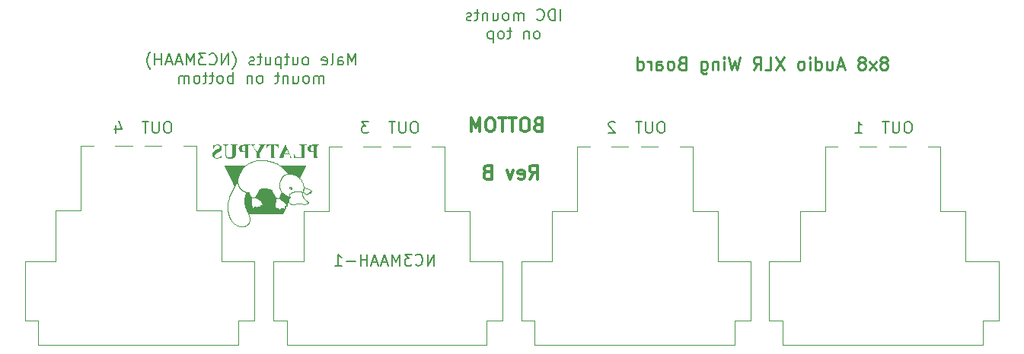
<source format=gbr>
%TF.GenerationSoftware,KiCad,Pcbnew,9.0.0*%
%TF.CreationDate,2025-03-26T11:50:56+11:00*%
%TF.ProjectId,Wing Board 4 XLR MK II,57696e67-2042-46f6-9172-64203420584c,rev?*%
%TF.SameCoordinates,Original*%
%TF.FileFunction,Legend,Bot*%
%TF.FilePolarity,Positive*%
%FSLAX46Y46*%
G04 Gerber Fmt 4.6, Leading zero omitted, Abs format (unit mm)*
G04 Created by KiCad (PCBNEW 9.0.0) date 2025-03-26 11:50:56*
%MOMM*%
%LPD*%
G01*
G04 APERTURE LIST*
%ADD10C,0.300000*%
%ADD11C,0.057755*%
%ADD12C,0.071437*%
%ADD13C,0.203200*%
%ADD14C,0.228600*%
%ADD15C,0.120000*%
%ADD16C,1.400000*%
%ADD17O,1.400000X1.400000*%
%ADD18C,1.600000*%
%ADD19C,3.400000*%
%ADD20C,2.900000*%
%ADD21R,1.600000X1.600000*%
%ADD22C,3.500001*%
%ADD23R,1.650000X1.650000*%
%ADD24C,1.650000*%
G04 APERTURE END LIST*
D10*
X56906746Y-21568628D02*
X57406746Y-20854342D01*
X57763889Y-21568628D02*
X57763889Y-20068628D01*
X57763889Y-20068628D02*
X57192460Y-20068628D01*
X57192460Y-20068628D02*
X57049603Y-20140057D01*
X57049603Y-20140057D02*
X56978174Y-20211485D01*
X56978174Y-20211485D02*
X56906746Y-20354342D01*
X56906746Y-20354342D02*
X56906746Y-20568628D01*
X56906746Y-20568628D02*
X56978174Y-20711485D01*
X56978174Y-20711485D02*
X57049603Y-20782914D01*
X57049603Y-20782914D02*
X57192460Y-20854342D01*
X57192460Y-20854342D02*
X57763889Y-20854342D01*
X55692460Y-21497200D02*
X55835317Y-21568628D01*
X55835317Y-21568628D02*
X56121032Y-21568628D01*
X56121032Y-21568628D02*
X56263889Y-21497200D01*
X56263889Y-21497200D02*
X56335317Y-21354342D01*
X56335317Y-21354342D02*
X56335317Y-20782914D01*
X56335317Y-20782914D02*
X56263889Y-20640057D01*
X56263889Y-20640057D02*
X56121032Y-20568628D01*
X56121032Y-20568628D02*
X55835317Y-20568628D01*
X55835317Y-20568628D02*
X55692460Y-20640057D01*
X55692460Y-20640057D02*
X55621032Y-20782914D01*
X55621032Y-20782914D02*
X55621032Y-20925771D01*
X55621032Y-20925771D02*
X56335317Y-21068628D01*
X55121032Y-20568628D02*
X54763889Y-21568628D01*
X54763889Y-21568628D02*
X54406746Y-20568628D01*
X52192461Y-20782914D02*
X51978175Y-20854342D01*
X51978175Y-20854342D02*
X51906746Y-20925771D01*
X51906746Y-20925771D02*
X51835318Y-21068628D01*
X51835318Y-21068628D02*
X51835318Y-21282914D01*
X51835318Y-21282914D02*
X51906746Y-21425771D01*
X51906746Y-21425771D02*
X51978175Y-21497200D01*
X51978175Y-21497200D02*
X52121032Y-21568628D01*
X52121032Y-21568628D02*
X52692461Y-21568628D01*
X52692461Y-21568628D02*
X52692461Y-20068628D01*
X52692461Y-20068628D02*
X52192461Y-20068628D01*
X52192461Y-20068628D02*
X52049604Y-20140057D01*
X52049604Y-20140057D02*
X51978175Y-20211485D01*
X51978175Y-20211485D02*
X51906746Y-20354342D01*
X51906746Y-20354342D02*
X51906746Y-20497200D01*
X51906746Y-20497200D02*
X51978175Y-20640057D01*
X51978175Y-20640057D02*
X52049604Y-20711485D01*
X52049604Y-20711485D02*
X52192461Y-20782914D01*
X52192461Y-20782914D02*
X52692461Y-20782914D01*
D11*
X27423412Y-22632786D02*
X27526884Y-22640080D01*
X27629656Y-22650983D01*
X27730306Y-22664955D01*
X27827413Y-22681452D01*
X27919559Y-22699935D01*
X28005321Y-22719860D01*
X28083278Y-22740686D01*
X28152012Y-22761871D01*
X28210100Y-22782875D01*
X28256122Y-22803154D01*
X28258081Y-22837022D01*
X28261379Y-22869842D01*
X28265943Y-22901675D01*
X28271703Y-22932582D01*
X28278588Y-22962622D01*
X28286526Y-22991856D01*
X28295446Y-23020344D01*
X28305276Y-23048147D01*
X28327383Y-23101939D01*
X28352278Y-23153712D01*
X28379389Y-23203952D01*
X28408147Y-23253139D01*
X28468323Y-23350288D01*
X28498600Y-23399215D01*
X28528243Y-23449021D01*
X28556682Y-23500189D01*
X28583346Y-23553200D01*
X28607666Y-23608539D01*
X28618768Y-23637232D01*
X28629070Y-23666687D01*
X28629941Y-23666865D01*
X28630741Y-23667006D01*
X28631495Y-23667121D01*
X28632224Y-23667224D01*
X28632951Y-23667327D01*
X28633700Y-23667444D01*
X28634493Y-23667586D01*
X28635353Y-23667767D01*
X28643203Y-23715862D01*
X28648555Y-23765191D01*
X28651676Y-23815472D01*
X28652831Y-23866424D01*
X28652286Y-23917766D01*
X28650307Y-23969218D01*
X28643109Y-24071324D01*
X28623196Y-24264480D01*
X28614733Y-24351034D01*
X28611805Y-24390822D01*
X28610100Y-24427908D01*
X28610151Y-24464740D01*
X28611265Y-24503954D01*
X28613361Y-24544892D01*
X28616362Y-24586899D01*
X28620187Y-24629317D01*
X28624757Y-24671491D01*
X28629993Y-24712764D01*
X28635815Y-24752480D01*
X28642143Y-24789982D01*
X28648898Y-24824613D01*
X28656001Y-24855717D01*
X28663372Y-24882639D01*
X28670932Y-24904720D01*
X28678602Y-24921305D01*
X28682452Y-24927332D01*
X28686301Y-24931738D01*
X28690136Y-24934442D01*
X28693950Y-24935361D01*
X28698703Y-24936232D01*
X28703347Y-24936348D01*
X28707900Y-24935762D01*
X28712381Y-24934525D01*
X28716809Y-24932689D01*
X28721201Y-24930307D01*
X28725576Y-24927429D01*
X28729952Y-24924108D01*
X28738781Y-24916345D01*
X28747835Y-24907431D01*
X28767204Y-24887813D01*
X28777813Y-24877938D01*
X28783412Y-24873167D01*
X28789233Y-24868574D01*
X28795293Y-24864213D01*
X28801611Y-24860135D01*
X28808206Y-24856392D01*
X28815095Y-24853036D01*
X28822296Y-24850118D01*
X28829829Y-24847691D01*
X28837712Y-24845807D01*
X28845962Y-24844517D01*
X28854599Y-24843873D01*
X28863640Y-24843928D01*
X28873105Y-24844732D01*
X28883010Y-24846339D01*
X28893263Y-24848650D01*
X28903259Y-24851512D01*
X28913008Y-24854888D01*
X28922523Y-24858744D01*
X28931814Y-24863045D01*
X28940894Y-24867756D01*
X28949772Y-24872841D01*
X28958462Y-24878265D01*
X28966973Y-24883994D01*
X28975317Y-24889993D01*
X28991552Y-24902657D01*
X29007257Y-24915978D01*
X29022522Y-24929674D01*
X29052099Y-24957069D01*
X29066592Y-24970208D01*
X29081009Y-24982599D01*
X29095442Y-24993962D01*
X29102692Y-24999171D01*
X29109980Y-25004017D01*
X29117317Y-25008465D01*
X29124715Y-25012482D01*
X29132185Y-25016031D01*
X29139739Y-25019077D01*
X29146501Y-25017813D01*
X29152636Y-25015582D01*
X29158201Y-25012442D01*
X29163250Y-25008455D01*
X29167837Y-25003680D01*
X29172018Y-24998179D01*
X29175848Y-24992011D01*
X29179382Y-24985237D01*
X29185779Y-24970111D01*
X29191649Y-24953285D01*
X29203568Y-24916459D01*
X29210496Y-24897426D01*
X29218654Y-24878622D01*
X29223332Y-24869457D01*
X29228482Y-24860530D01*
X29234160Y-24851902D01*
X29240420Y-24843634D01*
X29247317Y-24835784D01*
X29254907Y-24828415D01*
X29263244Y-24821585D01*
X29272383Y-24815356D01*
X29282379Y-24809788D01*
X29293286Y-24804940D01*
X29305161Y-24800874D01*
X29318057Y-24797650D01*
X29325246Y-24796787D01*
X29333102Y-24796693D01*
X29341581Y-24797313D01*
X29350640Y-24798593D01*
X29370315Y-24802922D01*
X29391771Y-24809247D01*
X29414652Y-24817138D01*
X29438601Y-24826164D01*
X29488281Y-24845895D01*
X29537960Y-24864993D01*
X29561908Y-24873227D01*
X29584789Y-24880010D01*
X29606244Y-24884911D01*
X29616326Y-24886521D01*
X29625918Y-24887499D01*
X29634976Y-24887791D01*
X29643455Y-24887343D01*
X29651310Y-24886101D01*
X29658498Y-24884011D01*
X29662119Y-24882125D01*
X29664921Y-24879520D01*
X29666973Y-24876218D01*
X29668343Y-24872243D01*
X29669099Y-24867618D01*
X29669309Y-24862366D01*
X29668367Y-24850074D01*
X29656434Y-24780471D01*
X29654143Y-24758890D01*
X29653222Y-24736008D01*
X29654216Y-24712011D01*
X29655603Y-24699652D01*
X29657674Y-24687084D01*
X29660497Y-24674330D01*
X29664140Y-24661413D01*
X29668672Y-24648357D01*
X29674162Y-24635184D01*
X29680677Y-24621918D01*
X29688286Y-24608582D01*
X29697056Y-24595200D01*
X29707058Y-24581794D01*
X29710717Y-24577520D01*
X29714446Y-24573479D01*
X29718242Y-24569667D01*
X29722102Y-24566075D01*
X29726022Y-24562699D01*
X29729998Y-24559531D01*
X29738109Y-24553795D01*
X29746408Y-24548817D01*
X29754868Y-24544547D01*
X29763463Y-24540933D01*
X29772167Y-24537926D01*
X29780953Y-24535474D01*
X29789795Y-24533528D01*
X29798667Y-24532035D01*
X29807541Y-24530946D01*
X29816392Y-24530209D01*
X29825193Y-24529775D01*
X29833918Y-24529593D01*
X29842540Y-24529611D01*
X29738310Y-24745872D01*
X29424235Y-25390764D01*
X25610895Y-25391991D01*
X25499459Y-25180604D01*
X25443437Y-25065385D01*
X25416030Y-25003705D01*
X25389285Y-24938666D01*
X25363396Y-24869787D01*
X25338558Y-24796585D01*
X25314965Y-24718576D01*
X25292812Y-24635278D01*
X25272293Y-24546208D01*
X25253602Y-24450884D01*
X25236933Y-24348822D01*
X25222482Y-24239539D01*
X25216874Y-24183025D01*
X25213250Y-24126610D01*
X25211492Y-24070405D01*
X25211482Y-24014522D01*
X25213100Y-23959072D01*
X25216228Y-23904165D01*
X25220748Y-23849913D01*
X25226541Y-23796427D01*
X25241475Y-23692199D01*
X25260081Y-23592368D01*
X25281412Y-23497825D01*
X25304520Y-23409459D01*
X25328458Y-23328158D01*
X25352279Y-23254813D01*
X25375034Y-23190312D01*
X25395777Y-23135544D01*
X25427435Y-23058766D01*
X25439672Y-23031592D01*
X25471575Y-23035394D01*
X25502591Y-23037680D01*
X25533354Y-23038537D01*
X25564498Y-23038052D01*
X25596659Y-23036313D01*
X25630470Y-23033407D01*
X25666566Y-23029420D01*
X25705582Y-23024440D01*
X25704999Y-23045436D01*
X25705670Y-23066469D01*
X25707517Y-23087518D01*
X25710463Y-23108565D01*
X25714429Y-23129590D01*
X25719340Y-23150573D01*
X25725117Y-23171496D01*
X25731684Y-23192339D01*
X25746873Y-23233706D01*
X25764290Y-23274519D01*
X25783313Y-23314623D01*
X25803325Y-23353862D01*
X25880858Y-23499060D01*
X25896516Y-23531643D01*
X25909445Y-23562428D01*
X25919025Y-23591259D01*
X25922366Y-23604894D01*
X25924638Y-23617982D01*
X25934740Y-23748636D01*
X25943611Y-23920106D01*
X25954907Y-24115975D01*
X25972281Y-24319825D01*
X25984389Y-24419613D01*
X25999387Y-24515240D01*
X26017732Y-24604653D01*
X26039880Y-24685800D01*
X26052523Y-24722633D01*
X26066289Y-24756630D01*
X26081233Y-24787534D01*
X26097414Y-24815089D01*
X26114888Y-24839039D01*
X26133713Y-24859126D01*
X26153945Y-24875095D01*
X26175643Y-24886689D01*
X26179636Y-24887594D01*
X26183527Y-24887316D01*
X26187340Y-24885922D01*
X26191098Y-24883479D01*
X26194824Y-24880053D01*
X26198543Y-24875712D01*
X26206054Y-24864548D01*
X26213819Y-24850521D01*
X26222028Y-24834165D01*
X26240538Y-24796602D01*
X26251218Y-24776462D01*
X26263101Y-24756129D01*
X26276376Y-24736135D01*
X26283596Y-24726433D01*
X26291234Y-24717016D01*
X26299316Y-24707951D01*
X26307864Y-24699305D01*
X26316902Y-24691144D01*
X26326455Y-24683535D01*
X26336545Y-24676545D01*
X26347197Y-24670241D01*
X26358434Y-24664689D01*
X26370280Y-24659956D01*
X26382526Y-24656522D01*
X26394444Y-24654752D01*
X26406036Y-24654538D01*
X26417307Y-24655771D01*
X26428262Y-24658345D01*
X26438903Y-24662151D01*
X26449235Y-24667082D01*
X26459262Y-24673030D01*
X26468989Y-24679887D01*
X26478418Y-24687546D01*
X26487554Y-24695899D01*
X26496401Y-24704838D01*
X26513244Y-24724042D01*
X26528979Y-24744299D01*
X26581471Y-24818603D01*
X26592142Y-24831190D01*
X26597131Y-24835992D01*
X26601895Y-24839657D01*
X26606438Y-24842077D01*
X26610764Y-24843143D01*
X26614876Y-24842748D01*
X26618779Y-24840785D01*
X26621498Y-24838565D01*
X26624096Y-24835487D01*
X26626594Y-24831609D01*
X26629015Y-24826991D01*
X26633713Y-24815768D01*
X26638362Y-24802287D01*
X26648214Y-24770437D01*
X26653765Y-24753008D01*
X26659966Y-24735203D01*
X26666989Y-24717493D01*
X26675010Y-24700349D01*
X26679449Y-24692135D01*
X26684202Y-24684239D01*
X26689292Y-24676720D01*
X26694741Y-24669636D01*
X26700569Y-24663046D01*
X26706799Y-24657009D01*
X26713453Y-24651584D01*
X26720553Y-24646829D01*
X26728119Y-24642803D01*
X26736174Y-24639566D01*
X26744741Y-24637175D01*
X26753839Y-24635690D01*
X26762894Y-24635379D01*
X26771817Y-24635926D01*
X26780603Y-24637269D01*
X26789248Y-24639349D01*
X26797747Y-24642105D01*
X26806094Y-24645477D01*
X26814285Y-24649405D01*
X26822314Y-24653827D01*
X26830178Y-24658685D01*
X26837870Y-24663918D01*
X26845386Y-24669465D01*
X26852722Y-24675266D01*
X26866829Y-24687389D01*
X26880153Y-24699805D01*
X26904291Y-24723585D01*
X26915026Y-24733984D01*
X26924819Y-24742746D01*
X26929350Y-24746362D01*
X26933630Y-24749388D01*
X26937656Y-24751763D01*
X26941421Y-24753428D01*
X26944920Y-24754321D01*
X26948150Y-24754383D01*
X26951104Y-24753553D01*
X26953779Y-24751771D01*
X26954647Y-24748302D01*
X26955249Y-24744004D01*
X26955786Y-24733157D01*
X26955141Y-24704073D01*
X26953994Y-24668221D01*
X26953904Y-24648913D01*
X26954495Y-24629301D01*
X26956036Y-24609847D01*
X26958796Y-24591013D01*
X26960717Y-24581973D01*
X26963044Y-24573262D01*
X26965810Y-24564938D01*
X26969048Y-24557057D01*
X26972793Y-24549679D01*
X26977078Y-24542861D01*
X26981936Y-24536660D01*
X26987402Y-24531135D01*
X26993508Y-24526344D01*
X27000288Y-24522343D01*
X27007777Y-24519192D01*
X27016007Y-24516947D01*
X27024734Y-24515768D01*
X27033670Y-24515235D01*
X27042787Y-24515297D01*
X27052060Y-24515903D01*
X27061458Y-24517004D01*
X27070956Y-24518548D01*
X27080525Y-24520485D01*
X27090137Y-24522765D01*
X27109381Y-24528153D01*
X27128466Y-24534308D01*
X27165275Y-24547304D01*
X27182556Y-24553340D01*
X27198791Y-24558529D01*
X27213760Y-24562470D01*
X27220701Y-24563845D01*
X27227242Y-24564758D01*
X27233355Y-24565156D01*
X27239013Y-24564990D01*
X27244189Y-24564209D01*
X27248854Y-24562763D01*
X27252981Y-24560602D01*
X27256542Y-24557675D01*
X27259509Y-24553931D01*
X27261856Y-24549321D01*
X27262913Y-24535721D01*
X27261082Y-24515673D01*
X27256449Y-24489938D01*
X27249101Y-24459282D01*
X27239125Y-24424466D01*
X27226608Y-24386253D01*
X27211637Y-24345408D01*
X27194300Y-24302692D01*
X27174683Y-24258869D01*
X27152874Y-24214702D01*
X27128959Y-24170954D01*
X27103025Y-24128389D01*
X27075160Y-24087769D01*
X27045451Y-24049857D01*
X27013984Y-24015417D01*
X26997619Y-23999737D01*
X26980847Y-23985211D01*
X26945905Y-23957416D01*
X26910157Y-23930601D01*
X26873870Y-23904608D01*
X26837315Y-23879278D01*
X26693788Y-23781436D01*
X26659924Y-23757054D01*
X26627407Y-23732388D01*
X26596503Y-23707280D01*
X26567483Y-23681570D01*
X26540616Y-23655102D01*
X26516171Y-23627717D01*
X26504940Y-23613632D01*
X26494416Y-23599258D01*
X26484631Y-23584576D01*
X26475620Y-23569565D01*
X26471898Y-23570629D01*
X26468020Y-23571610D01*
X26464031Y-23572533D01*
X26459973Y-23573421D01*
X26451833Y-23575186D01*
X26447839Y-23576112D01*
X26443954Y-23577097D01*
X26462497Y-23571941D01*
X26471807Y-23569382D01*
X26481068Y-23566921D01*
X26478273Y-23548296D01*
X26477421Y-23529349D01*
X26478415Y-23510054D01*
X26481155Y-23490388D01*
X26485544Y-23470330D01*
X26491483Y-23449855D01*
X26507617Y-23407561D01*
X26528769Y-23363322D01*
X26554152Y-23316952D01*
X26614460Y-23217074D01*
X26682241Y-23106443D01*
X26716964Y-23046630D01*
X26751194Y-22983572D01*
X26784141Y-22917082D01*
X26815019Y-22846974D01*
X26843040Y-22773063D01*
X26867416Y-22695164D01*
X26905271Y-22681402D01*
X26945260Y-22669423D01*
X27030927Y-22650543D01*
X27122996Y-22637981D01*
X27220047Y-22631195D01*
X27320659Y-22629644D01*
X27423412Y-22632786D01*
G36*
X27423412Y-22632786D02*
G01*
X27526884Y-22640080D01*
X27629656Y-22650983D01*
X27730306Y-22664955D01*
X27827413Y-22681452D01*
X27919559Y-22699935D01*
X28005321Y-22719860D01*
X28083278Y-22740686D01*
X28152012Y-22761871D01*
X28210100Y-22782875D01*
X28256122Y-22803154D01*
X28258081Y-22837022D01*
X28261379Y-22869842D01*
X28265943Y-22901675D01*
X28271703Y-22932582D01*
X28278588Y-22962622D01*
X28286526Y-22991856D01*
X28295446Y-23020344D01*
X28305276Y-23048147D01*
X28327383Y-23101939D01*
X28352278Y-23153712D01*
X28379389Y-23203952D01*
X28408147Y-23253139D01*
X28468323Y-23350288D01*
X28498600Y-23399215D01*
X28528243Y-23449021D01*
X28556682Y-23500189D01*
X28583346Y-23553200D01*
X28607666Y-23608539D01*
X28618768Y-23637232D01*
X28629070Y-23666687D01*
X28629941Y-23666865D01*
X28630741Y-23667006D01*
X28631495Y-23667121D01*
X28632224Y-23667224D01*
X28632951Y-23667327D01*
X28633700Y-23667444D01*
X28634493Y-23667586D01*
X28635353Y-23667767D01*
X28643203Y-23715862D01*
X28648555Y-23765191D01*
X28651676Y-23815472D01*
X28652831Y-23866424D01*
X28652286Y-23917766D01*
X28650307Y-23969218D01*
X28643109Y-24071324D01*
X28623196Y-24264480D01*
X28614733Y-24351034D01*
X28611805Y-24390822D01*
X28610100Y-24427908D01*
X28610151Y-24464740D01*
X28611265Y-24503954D01*
X28613361Y-24544892D01*
X28616362Y-24586899D01*
X28620187Y-24629317D01*
X28624757Y-24671491D01*
X28629993Y-24712764D01*
X28635815Y-24752480D01*
X28642143Y-24789982D01*
X28648898Y-24824613D01*
X28656001Y-24855717D01*
X28663372Y-24882639D01*
X28670932Y-24904720D01*
X28678602Y-24921305D01*
X28682452Y-24927332D01*
X28686301Y-24931738D01*
X28690136Y-24934442D01*
X28693950Y-24935361D01*
X28698703Y-24936232D01*
X28703347Y-24936348D01*
X28707900Y-24935762D01*
X28712381Y-24934525D01*
X28716809Y-24932689D01*
X28721201Y-24930307D01*
X28725576Y-24927429D01*
X28729952Y-24924108D01*
X28738781Y-24916345D01*
X28747835Y-24907431D01*
X28767204Y-24887813D01*
X28777813Y-24877938D01*
X28783412Y-24873167D01*
X28789233Y-24868574D01*
X28795293Y-24864213D01*
X28801611Y-24860135D01*
X28808206Y-24856392D01*
X28815095Y-24853036D01*
X28822296Y-24850118D01*
X28829829Y-24847691D01*
X28837712Y-24845807D01*
X28845962Y-24844517D01*
X28854599Y-24843873D01*
X28863640Y-24843928D01*
X28873105Y-24844732D01*
X28883010Y-24846339D01*
X28893263Y-24848650D01*
X28903259Y-24851512D01*
X28913008Y-24854888D01*
X28922523Y-24858744D01*
X28931814Y-24863045D01*
X28940894Y-24867756D01*
X28949772Y-24872841D01*
X28958462Y-24878265D01*
X28966973Y-24883994D01*
X28975317Y-24889993D01*
X28991552Y-24902657D01*
X29007257Y-24915978D01*
X29022522Y-24929674D01*
X29052099Y-24957069D01*
X29066592Y-24970208D01*
X29081009Y-24982599D01*
X29095442Y-24993962D01*
X29102692Y-24999171D01*
X29109980Y-25004017D01*
X29117317Y-25008465D01*
X29124715Y-25012482D01*
X29132185Y-25016031D01*
X29139739Y-25019077D01*
X29146501Y-25017813D01*
X29152636Y-25015582D01*
X29158201Y-25012442D01*
X29163250Y-25008455D01*
X29167837Y-25003680D01*
X29172018Y-24998179D01*
X29175848Y-24992011D01*
X29179382Y-24985237D01*
X29185779Y-24970111D01*
X29191649Y-24953285D01*
X29203568Y-24916459D01*
X29210496Y-24897426D01*
X29218654Y-24878622D01*
X29223332Y-24869457D01*
X29228482Y-24860530D01*
X29234160Y-24851902D01*
X29240420Y-24843634D01*
X29247317Y-24835784D01*
X29254907Y-24828415D01*
X29263244Y-24821585D01*
X29272383Y-24815356D01*
X29282379Y-24809788D01*
X29293286Y-24804940D01*
X29305161Y-24800874D01*
X29318057Y-24797650D01*
X29325246Y-24796787D01*
X29333102Y-24796693D01*
X29341581Y-24797313D01*
X29350640Y-24798593D01*
X29370315Y-24802922D01*
X29391771Y-24809247D01*
X29414652Y-24817138D01*
X29438601Y-24826164D01*
X29488281Y-24845895D01*
X29537960Y-24864993D01*
X29561908Y-24873227D01*
X29584789Y-24880010D01*
X29606244Y-24884911D01*
X29616326Y-24886521D01*
X29625918Y-24887499D01*
X29634976Y-24887791D01*
X29643455Y-24887343D01*
X29651310Y-24886101D01*
X29658498Y-24884011D01*
X29662119Y-24882125D01*
X29664921Y-24879520D01*
X29666973Y-24876218D01*
X29668343Y-24872243D01*
X29669099Y-24867618D01*
X29669309Y-24862366D01*
X29668367Y-24850074D01*
X29656434Y-24780471D01*
X29654143Y-24758890D01*
X29653222Y-24736008D01*
X29654216Y-24712011D01*
X29655603Y-24699652D01*
X29657674Y-24687084D01*
X29660497Y-24674330D01*
X29664140Y-24661413D01*
X29668672Y-24648357D01*
X29674162Y-24635184D01*
X29680677Y-24621918D01*
X29688286Y-24608582D01*
X29697056Y-24595200D01*
X29707058Y-24581794D01*
X29710717Y-24577520D01*
X29714446Y-24573479D01*
X29718242Y-24569667D01*
X29722102Y-24566075D01*
X29726022Y-24562699D01*
X29729998Y-24559531D01*
X29738109Y-24553795D01*
X29746408Y-24548817D01*
X29754868Y-24544547D01*
X29763463Y-24540933D01*
X29772167Y-24537926D01*
X29780953Y-24535474D01*
X29789795Y-24533528D01*
X29798667Y-24532035D01*
X29807541Y-24530946D01*
X29816392Y-24530209D01*
X29825193Y-24529775D01*
X29833918Y-24529593D01*
X29842540Y-24529611D01*
X29738310Y-24745872D01*
X29424235Y-25390764D01*
X25610895Y-25391991D01*
X25499459Y-25180604D01*
X25443437Y-25065385D01*
X25416030Y-25003705D01*
X25389285Y-24938666D01*
X25363396Y-24869787D01*
X25338558Y-24796585D01*
X25314965Y-24718576D01*
X25292812Y-24635278D01*
X25272293Y-24546208D01*
X25253602Y-24450884D01*
X25236933Y-24348822D01*
X25222482Y-24239539D01*
X25216874Y-24183025D01*
X25213250Y-24126610D01*
X25211492Y-24070405D01*
X25211482Y-24014522D01*
X25213100Y-23959072D01*
X25216228Y-23904165D01*
X25220748Y-23849913D01*
X25226541Y-23796427D01*
X25241475Y-23692199D01*
X25260081Y-23592368D01*
X25281412Y-23497825D01*
X25304520Y-23409459D01*
X25328458Y-23328158D01*
X25352279Y-23254813D01*
X25375034Y-23190312D01*
X25395777Y-23135544D01*
X25427435Y-23058766D01*
X25439672Y-23031592D01*
X25471575Y-23035394D01*
X25502591Y-23037680D01*
X25533354Y-23038537D01*
X25564498Y-23038052D01*
X25596659Y-23036313D01*
X25630470Y-23033407D01*
X25666566Y-23029420D01*
X25705582Y-23024440D01*
X25704999Y-23045436D01*
X25705670Y-23066469D01*
X25707517Y-23087518D01*
X25710463Y-23108565D01*
X25714429Y-23129590D01*
X25719340Y-23150573D01*
X25725117Y-23171496D01*
X25731684Y-23192339D01*
X25746873Y-23233706D01*
X25764290Y-23274519D01*
X25783313Y-23314623D01*
X25803325Y-23353862D01*
X25880858Y-23499060D01*
X25896516Y-23531643D01*
X25909445Y-23562428D01*
X25919025Y-23591259D01*
X25922366Y-23604894D01*
X25924638Y-23617982D01*
X25934740Y-23748636D01*
X25943611Y-23920106D01*
X25954907Y-24115975D01*
X25972281Y-24319825D01*
X25984389Y-24419613D01*
X25999387Y-24515240D01*
X26017732Y-24604653D01*
X26039880Y-24685800D01*
X26052523Y-24722633D01*
X26066289Y-24756630D01*
X26081233Y-24787534D01*
X26097414Y-24815089D01*
X26114888Y-24839039D01*
X26133713Y-24859126D01*
X26153945Y-24875095D01*
X26175643Y-24886689D01*
X26179636Y-24887594D01*
X26183527Y-24887316D01*
X26187340Y-24885922D01*
X26191098Y-24883479D01*
X26194824Y-24880053D01*
X26198543Y-24875712D01*
X26206054Y-24864548D01*
X26213819Y-24850521D01*
X26222028Y-24834165D01*
X26240538Y-24796602D01*
X26251218Y-24776462D01*
X26263101Y-24756129D01*
X26276376Y-24736135D01*
X26283596Y-24726433D01*
X26291234Y-24717016D01*
X26299316Y-24707951D01*
X26307864Y-24699305D01*
X26316902Y-24691144D01*
X26326455Y-24683535D01*
X26336545Y-24676545D01*
X26347197Y-24670241D01*
X26358434Y-24664689D01*
X26370280Y-24659956D01*
X26382526Y-24656522D01*
X26394444Y-24654752D01*
X26406036Y-24654538D01*
X26417307Y-24655771D01*
X26428262Y-24658345D01*
X26438903Y-24662151D01*
X26449235Y-24667082D01*
X26459262Y-24673030D01*
X26468989Y-24679887D01*
X26478418Y-24687546D01*
X26487554Y-24695899D01*
X26496401Y-24704838D01*
X26513244Y-24724042D01*
X26528979Y-24744299D01*
X26581471Y-24818603D01*
X26592142Y-24831190D01*
X26597131Y-24835992D01*
X26601895Y-24839657D01*
X26606438Y-24842077D01*
X26610764Y-24843143D01*
X26614876Y-24842748D01*
X26618779Y-24840785D01*
X26621498Y-24838565D01*
X26624096Y-24835487D01*
X26626594Y-24831609D01*
X26629015Y-24826991D01*
X26633713Y-24815768D01*
X26638362Y-24802287D01*
X26648214Y-24770437D01*
X26653765Y-24753008D01*
X26659966Y-24735203D01*
X26666989Y-24717493D01*
X26675010Y-24700349D01*
X26679449Y-24692135D01*
X26684202Y-24684239D01*
X26689292Y-24676720D01*
X26694741Y-24669636D01*
X26700569Y-24663046D01*
X26706799Y-24657009D01*
X26713453Y-24651584D01*
X26720553Y-24646829D01*
X26728119Y-24642803D01*
X26736174Y-24639566D01*
X26744741Y-24637175D01*
X26753839Y-24635690D01*
X26762894Y-24635379D01*
X26771817Y-24635926D01*
X26780603Y-24637269D01*
X26789248Y-24639349D01*
X26797747Y-24642105D01*
X26806094Y-24645477D01*
X26814285Y-24649405D01*
X26822314Y-24653827D01*
X26830178Y-24658685D01*
X26837870Y-24663918D01*
X26845386Y-24669465D01*
X26852722Y-24675266D01*
X26866829Y-24687389D01*
X26880153Y-24699805D01*
X26904291Y-24723585D01*
X26915026Y-24733984D01*
X26924819Y-24742746D01*
X26929350Y-24746362D01*
X26933630Y-24749388D01*
X26937656Y-24751763D01*
X26941421Y-24753428D01*
X26944920Y-24754321D01*
X26948150Y-24754383D01*
X26951104Y-24753553D01*
X26953779Y-24751771D01*
X26954647Y-24748302D01*
X26955249Y-24744004D01*
X26955786Y-24733157D01*
X26955141Y-24704073D01*
X26953994Y-24668221D01*
X26953904Y-24648913D01*
X26954495Y-24629301D01*
X26956036Y-24609847D01*
X26958796Y-24591013D01*
X26960717Y-24581973D01*
X26963044Y-24573262D01*
X26965810Y-24564938D01*
X26969048Y-24557057D01*
X26972793Y-24549679D01*
X26977078Y-24542861D01*
X26981936Y-24536660D01*
X26987402Y-24531135D01*
X26993508Y-24526344D01*
X27000288Y-24522343D01*
X27007777Y-24519192D01*
X27016007Y-24516947D01*
X27024734Y-24515768D01*
X27033670Y-24515235D01*
X27042787Y-24515297D01*
X27052060Y-24515903D01*
X27061458Y-24517004D01*
X27070956Y-24518548D01*
X27080525Y-24520485D01*
X27090137Y-24522765D01*
X27109381Y-24528153D01*
X27128466Y-24534308D01*
X27165275Y-24547304D01*
X27182556Y-24553340D01*
X27198791Y-24558529D01*
X27213760Y-24562470D01*
X27220701Y-24563845D01*
X27227242Y-24564758D01*
X27233355Y-24565156D01*
X27239013Y-24564990D01*
X27244189Y-24564209D01*
X27248854Y-24562763D01*
X27252981Y-24560602D01*
X27256542Y-24557675D01*
X27259509Y-24553931D01*
X27261856Y-24549321D01*
X27262913Y-24535721D01*
X27261082Y-24515673D01*
X27256449Y-24489938D01*
X27249101Y-24459282D01*
X27239125Y-24424466D01*
X27226608Y-24386253D01*
X27211637Y-24345408D01*
X27194300Y-24302692D01*
X27174683Y-24258869D01*
X27152874Y-24214702D01*
X27128959Y-24170954D01*
X27103025Y-24128389D01*
X27075160Y-24087769D01*
X27045451Y-24049857D01*
X27013984Y-24015417D01*
X26997619Y-23999737D01*
X26980847Y-23985211D01*
X26945905Y-23957416D01*
X26910157Y-23930601D01*
X26873870Y-23904608D01*
X26837315Y-23879278D01*
X26693788Y-23781436D01*
X26659924Y-23757054D01*
X26627407Y-23732388D01*
X26596503Y-23707280D01*
X26567483Y-23681570D01*
X26540616Y-23655102D01*
X26516171Y-23627717D01*
X26504940Y-23613632D01*
X26494416Y-23599258D01*
X26484631Y-23584576D01*
X26475620Y-23569565D01*
X26471898Y-23570629D01*
X26468020Y-23571610D01*
X26464031Y-23572533D01*
X26459973Y-23573421D01*
X26451833Y-23575186D01*
X26447839Y-23576112D01*
X26443954Y-23577097D01*
X26462497Y-23571941D01*
X26471807Y-23569382D01*
X26481068Y-23566921D01*
X26478273Y-23548296D01*
X26477421Y-23529349D01*
X26478415Y-23510054D01*
X26481155Y-23490388D01*
X26485544Y-23470330D01*
X26491483Y-23449855D01*
X26507617Y-23407561D01*
X26528769Y-23363322D01*
X26554152Y-23316952D01*
X26614460Y-23217074D01*
X26682241Y-23106443D01*
X26716964Y-23046630D01*
X26751194Y-22983572D01*
X26784141Y-22917082D01*
X26815019Y-22846974D01*
X26843040Y-22773063D01*
X26867416Y-22695164D01*
X26905271Y-22681402D01*
X26945260Y-22669423D01*
X27030927Y-22650543D01*
X27122996Y-22637981D01*
X27220047Y-22631195D01*
X27320659Y-22629644D01*
X27423412Y-22632786D01*
G37*
X29397966Y-23092605D02*
X29435704Y-23132805D01*
X29475973Y-23172087D01*
X29518824Y-23210395D01*
X29564311Y-23247676D01*
X29612485Y-23283876D01*
X29663398Y-23318941D01*
X29717102Y-23352817D01*
X29773650Y-23385449D01*
X29833093Y-23416783D01*
X29895483Y-23446766D01*
X29960873Y-23475343D01*
X30029315Y-23502460D01*
X30100860Y-23528063D01*
X30175561Y-23552097D01*
X30253471Y-23574509D01*
X30252985Y-23580297D01*
X30252898Y-23581023D01*
X30252793Y-23581752D01*
X30252663Y-23582485D01*
X30252507Y-23583222D01*
X30252319Y-23583964D01*
X30252096Y-23584711D01*
X30251833Y-23585465D01*
X30251527Y-23586226D01*
X30195528Y-23707949D01*
X30170613Y-23763270D01*
X30148479Y-23815446D01*
X30138624Y-23840482D01*
X30129668Y-23864886D01*
X30121679Y-23888708D01*
X30114724Y-23912001D01*
X30108872Y-23934815D01*
X30104189Y-23957202D01*
X30100745Y-23979213D01*
X30098607Y-24000900D01*
X29925736Y-24356972D01*
X29897824Y-24415013D01*
X29866747Y-24378239D01*
X29829453Y-24338200D01*
X29786781Y-24295356D01*
X29739572Y-24250165D01*
X29634904Y-24154581D01*
X29522169Y-24055120D01*
X29299385Y-23859265D01*
X29202777Y-23770216D01*
X29161111Y-23729518D01*
X29125112Y-23692111D01*
X29125671Y-23692024D01*
X29126320Y-23691939D01*
X29126941Y-23691871D01*
X29127550Y-23691813D01*
X29128787Y-23691711D01*
X29129444Y-23691655D01*
X29130146Y-23691588D01*
X29129341Y-23662407D01*
X29129435Y-23634532D01*
X29130390Y-23607891D01*
X29132167Y-23582414D01*
X29134730Y-23558027D01*
X29138040Y-23534662D01*
X29142060Y-23512246D01*
X29146753Y-23490708D01*
X29152079Y-23469977D01*
X29158002Y-23449982D01*
X29164484Y-23430651D01*
X29171487Y-23411913D01*
X29186906Y-23375933D01*
X29203956Y-23341472D01*
X29222336Y-23307959D01*
X29241744Y-23274826D01*
X29282437Y-23207418D01*
X29303118Y-23172004D01*
X29323619Y-23134690D01*
X29343639Y-23094907D01*
X29362875Y-23052085D01*
X29362706Y-23051541D01*
X29397966Y-23092605D01*
G36*
X29397966Y-23092605D02*
G01*
X29435704Y-23132805D01*
X29475973Y-23172087D01*
X29518824Y-23210395D01*
X29564311Y-23247676D01*
X29612485Y-23283876D01*
X29663398Y-23318941D01*
X29717102Y-23352817D01*
X29773650Y-23385449D01*
X29833093Y-23416783D01*
X29895483Y-23446766D01*
X29960873Y-23475343D01*
X30029315Y-23502460D01*
X30100860Y-23528063D01*
X30175561Y-23552097D01*
X30253471Y-23574509D01*
X30252985Y-23580297D01*
X30252898Y-23581023D01*
X30252793Y-23581752D01*
X30252663Y-23582485D01*
X30252507Y-23583222D01*
X30252319Y-23583964D01*
X30252096Y-23584711D01*
X30251833Y-23585465D01*
X30251527Y-23586226D01*
X30195528Y-23707949D01*
X30170613Y-23763270D01*
X30148479Y-23815446D01*
X30138624Y-23840482D01*
X30129668Y-23864886D01*
X30121679Y-23888708D01*
X30114724Y-23912001D01*
X30108872Y-23934815D01*
X30104189Y-23957202D01*
X30100745Y-23979213D01*
X30098607Y-24000900D01*
X29925736Y-24356972D01*
X29897824Y-24415013D01*
X29866747Y-24378239D01*
X29829453Y-24338200D01*
X29786781Y-24295356D01*
X29739572Y-24250165D01*
X29634904Y-24154581D01*
X29522169Y-24055120D01*
X29299385Y-23859265D01*
X29202777Y-23770216D01*
X29161111Y-23729518D01*
X29125112Y-23692111D01*
X29125671Y-23692024D01*
X29126320Y-23691939D01*
X29126941Y-23691871D01*
X29127550Y-23691813D01*
X29128787Y-23691711D01*
X29129444Y-23691655D01*
X29130146Y-23691588D01*
X29129341Y-23662407D01*
X29129435Y-23634532D01*
X29130390Y-23607891D01*
X29132167Y-23582414D01*
X29134730Y-23558027D01*
X29138040Y-23534662D01*
X29142060Y-23512246D01*
X29146753Y-23490708D01*
X29152079Y-23469977D01*
X29158002Y-23449982D01*
X29164484Y-23430651D01*
X29171487Y-23411913D01*
X29186906Y-23375933D01*
X29203956Y-23341472D01*
X29222336Y-23307959D01*
X29241744Y-23274826D01*
X29282437Y-23207418D01*
X29303118Y-23172004D01*
X29323619Y-23134690D01*
X29343639Y-23094907D01*
X29362875Y-23052085D01*
X29362706Y-23051541D01*
X29397966Y-23092605D01*
G37*
D12*
X30240781Y-22434512D02*
X30246173Y-22435067D01*
X30251728Y-22435908D01*
X30257437Y-22437037D01*
X30263290Y-22438454D01*
X30269279Y-22440161D01*
X30275393Y-22442159D01*
X30281623Y-22444448D01*
X30287960Y-22447029D01*
X30294395Y-22449904D01*
X30300917Y-22453074D01*
X30307519Y-22456539D01*
X30314189Y-22460301D01*
X30320920Y-22464360D01*
X30327700Y-22468718D01*
X30334522Y-22473375D01*
X30334522Y-22473383D01*
X30347907Y-22482825D01*
X30360670Y-22492871D01*
X30372761Y-22503432D01*
X30384128Y-22514416D01*
X30394718Y-22525731D01*
X30404482Y-22537288D01*
X30413366Y-22548995D01*
X30421321Y-22560761D01*
X30428294Y-22572496D01*
X30434234Y-22584108D01*
X30439090Y-22595506D01*
X30442810Y-22606600D01*
X30444228Y-22612005D01*
X30445342Y-22617299D01*
X30446147Y-22622471D01*
X30446636Y-22627511D01*
X30446802Y-22632406D01*
X30446639Y-22637146D01*
X30446140Y-22641719D01*
X30445300Y-22646113D01*
X30444123Y-22650525D01*
X30442623Y-22654652D01*
X30440809Y-22658493D01*
X30438690Y-22662048D01*
X30436277Y-22665317D01*
X30433578Y-22668298D01*
X30430603Y-22670992D01*
X30427361Y-22673398D01*
X30423862Y-22675515D01*
X30420115Y-22677343D01*
X30416130Y-22678881D01*
X30411915Y-22680129D01*
X30407481Y-22681087D01*
X30402836Y-22681753D01*
X30397991Y-22682128D01*
X30392954Y-22682211D01*
X30387735Y-22682001D01*
X30382343Y-22681499D01*
X30376788Y-22680702D01*
X30371079Y-22679612D01*
X30365226Y-22678227D01*
X30359238Y-22676547D01*
X30353123Y-22674571D01*
X30346893Y-22672300D01*
X30340556Y-22669731D01*
X30334121Y-22666866D01*
X30327598Y-22663704D01*
X30320997Y-22660243D01*
X30314326Y-22656484D01*
X30307596Y-22652426D01*
X30300815Y-22648068D01*
X30293993Y-22643410D01*
X30280608Y-22633968D01*
X30267844Y-22623916D01*
X30255754Y-22613343D01*
X30244387Y-22602335D01*
X30233797Y-22590979D01*
X30224033Y-22579362D01*
X30215148Y-22567572D01*
X30207194Y-22555694D01*
X30200220Y-22543816D01*
X30194280Y-22532025D01*
X30189425Y-22520408D01*
X30185705Y-22509052D01*
X30184287Y-22503500D01*
X30183173Y-22498044D01*
X30182368Y-22492698D01*
X30181879Y-22487471D01*
X30181713Y-22482375D01*
X30181876Y-22477420D01*
X30182374Y-22472617D01*
X30183215Y-22467978D01*
X30184392Y-22463811D01*
X30185892Y-22459914D01*
X30187706Y-22456288D01*
X30189825Y-22452934D01*
X30192238Y-22449853D01*
X30194937Y-22447045D01*
X30197912Y-22444512D01*
X30201154Y-22442255D01*
X30204653Y-22440275D01*
X30208400Y-22438572D01*
X30212386Y-22437148D01*
X30216600Y-22436004D01*
X30221035Y-22435140D01*
X30225679Y-22434558D01*
X30230525Y-22434259D01*
X30235562Y-22434243D01*
X30240781Y-22434512D01*
X31848623Y-22538500D02*
X31903752Y-22559060D01*
X31963338Y-22578712D01*
X32026379Y-22597916D01*
X32158821Y-22636835D01*
X32226219Y-22657475D01*
X32293067Y-22679518D01*
X32358364Y-22703427D01*
X32421108Y-22729664D01*
X32480298Y-22758693D01*
X32508247Y-22774398D01*
X32534932Y-22790975D01*
X32560228Y-22808481D01*
X32584009Y-22826974D01*
X32606151Y-22846511D01*
X32626528Y-22867151D01*
X32645016Y-22888952D01*
X32661488Y-22911970D01*
X32675820Y-22936264D01*
X32687886Y-22961893D01*
X32689277Y-22965492D01*
X32689926Y-22968235D01*
X32689868Y-22970182D01*
X32689137Y-22971395D01*
X32687766Y-22971933D01*
X32685790Y-22971858D01*
X32680160Y-22970112D01*
X32640264Y-22950755D01*
X32627312Y-22945253D01*
X32613714Y-22940460D01*
X32606759Y-22938480D01*
X32599745Y-22936860D01*
X32592706Y-22935660D01*
X32585677Y-22934941D01*
X32578691Y-22934763D01*
X32571782Y-22935188D01*
X32564986Y-22936277D01*
X32558335Y-22938089D01*
X32551865Y-22940686D01*
X32545608Y-22944128D01*
X32539600Y-22948477D01*
X32533875Y-22953793D01*
X32528615Y-22959787D01*
X32523959Y-22965627D01*
X32519879Y-22971316D01*
X32516347Y-22976860D01*
X32513332Y-22982260D01*
X32510808Y-22987523D01*
X32508744Y-22992651D01*
X32507113Y-22997649D01*
X32505886Y-23002520D01*
X32505033Y-23007268D01*
X32504527Y-23011898D01*
X32504339Y-23016414D01*
X32504439Y-23020818D01*
X32504800Y-23025116D01*
X32505392Y-23029311D01*
X32506187Y-23033407D01*
X32507156Y-23037409D01*
X32508270Y-23041319D01*
X32510821Y-23048883D01*
X32516404Y-23063094D01*
X32518978Y-23069805D01*
X32521101Y-23076294D01*
X32521922Y-23079465D01*
X32522543Y-23082593D01*
X32522937Y-23085682D01*
X32523075Y-23088735D01*
X32523047Y-23091401D01*
X32522472Y-23093360D01*
X32521372Y-23094665D01*
X32519771Y-23095367D01*
X32517691Y-23095521D01*
X32515154Y-23095177D01*
X32508804Y-23093207D01*
X32469711Y-23075917D01*
X32457424Y-23071338D01*
X32444496Y-23067493D01*
X32437849Y-23065978D01*
X32431109Y-23064804D01*
X32424300Y-23064022D01*
X32417445Y-23063687D01*
X32410566Y-23063850D01*
X32403686Y-23064563D01*
X32396828Y-23065880D01*
X32390015Y-23067851D01*
X32383268Y-23070530D01*
X32376612Y-23073970D01*
X32370068Y-23078221D01*
X32363660Y-23083338D01*
X32357473Y-23089157D01*
X32352052Y-23094970D01*
X32347360Y-23100773D01*
X32343357Y-23106559D01*
X32340002Y-23112323D01*
X32337258Y-23118061D01*
X32335082Y-23123765D01*
X32333438Y-23129432D01*
X32332284Y-23135055D01*
X32331581Y-23140629D01*
X32331289Y-23146148D01*
X32331370Y-23151608D01*
X32331783Y-23157002D01*
X32332489Y-23162326D01*
X32333448Y-23167574D01*
X32334621Y-23172740D01*
X32337450Y-23182806D01*
X32340659Y-23192481D01*
X32346950Y-23210483D01*
X32349399Y-23218722D01*
X32350311Y-23222633D01*
X32350962Y-23226397D01*
X32351312Y-23230009D01*
X32351321Y-23233463D01*
X32350951Y-23236754D01*
X32350162Y-23239877D01*
X32348561Y-23243238D01*
X32346318Y-23245769D01*
X32343472Y-23247522D01*
X32340061Y-23248553D01*
X32336123Y-23248916D01*
X32331697Y-23248665D01*
X32326823Y-23247855D01*
X32321537Y-23246539D01*
X32309889Y-23242611D01*
X32297062Y-23237315D01*
X32269103Y-23224358D01*
X32240132Y-23211149D01*
X32226038Y-23205536D01*
X32212616Y-23201165D01*
X32206255Y-23199581D01*
X32200177Y-23198470D01*
X32194422Y-23197887D01*
X32189028Y-23197887D01*
X32184033Y-23198522D01*
X32179478Y-23199849D01*
X32175399Y-23201921D01*
X32171835Y-23204792D01*
X32168466Y-23208158D01*
X32165437Y-23211670D01*
X32162727Y-23215315D01*
X32160311Y-23219082D01*
X32158166Y-23222957D01*
X32156269Y-23226929D01*
X32154597Y-23230984D01*
X32153126Y-23235111D01*
X32150697Y-23243531D01*
X32148793Y-23252089D01*
X32145823Y-23269226D01*
X32144383Y-23277606D01*
X32142726Y-23285730D01*
X32140666Y-23293498D01*
X32139426Y-23297217D01*
X32138015Y-23300811D01*
X32136411Y-23304266D01*
X32134589Y-23307571D01*
X32132527Y-23310713D01*
X32130201Y-23313679D01*
X32127588Y-23316458D01*
X32124665Y-23319036D01*
X32121408Y-23321402D01*
X32117795Y-23323543D01*
X32112085Y-23325164D01*
X32105139Y-23325028D01*
X32097035Y-23323229D01*
X32087852Y-23319863D01*
X32077667Y-23315021D01*
X32066560Y-23308799D01*
X32041888Y-23292588D01*
X32014461Y-23271982D01*
X31984905Y-23247730D01*
X31953845Y-23220584D01*
X31921906Y-23191295D01*
X31857894Y-23129294D01*
X31797871Y-23067736D01*
X31746841Y-23012630D01*
X31709806Y-22969984D01*
X31709789Y-22969984D01*
X31718241Y-22947399D01*
X31726365Y-22923271D01*
X31734148Y-22897768D01*
X31741580Y-22871054D01*
X31755338Y-22814662D01*
X31767545Y-22755422D01*
X31778105Y-22694665D01*
X31786923Y-22633717D01*
X31793903Y-22573909D01*
X31798951Y-22516567D01*
X31848623Y-22538500D01*
X27100989Y-19465992D02*
X27236967Y-19472795D01*
X27379245Y-19485153D01*
X27526780Y-19503228D01*
X27678526Y-19527181D01*
X27833438Y-19557175D01*
X27990472Y-19593372D01*
X28148583Y-19635934D01*
X28306725Y-19685024D01*
X28463853Y-19740802D01*
X28618924Y-19803432D01*
X28770892Y-19873076D01*
X28918712Y-19949895D01*
X28979364Y-19984749D01*
X29036828Y-20019954D01*
X29091302Y-20055464D01*
X29142987Y-20091235D01*
X29238785Y-20163377D01*
X29325816Y-20236022D01*
X29405675Y-20308809D01*
X29479958Y-20381379D01*
X29618173Y-20524427D01*
X29685296Y-20594186D01*
X29753222Y-20662288D01*
X29823547Y-20728374D01*
X29897865Y-20792084D01*
X29977772Y-20853059D01*
X30020319Y-20882408D01*
X30064862Y-20910938D01*
X30111599Y-20938604D01*
X30160730Y-20965361D01*
X30212455Y-20991165D01*
X30266973Y-21015970D01*
X30207010Y-21008258D01*
X30148705Y-21004251D01*
X30092055Y-21003792D01*
X30037056Y-21006729D01*
X29983703Y-21012905D01*
X29931992Y-21022166D01*
X29881920Y-21034358D01*
X29833483Y-21049326D01*
X29786676Y-21066915D01*
X29741496Y-21086970D01*
X29697939Y-21109338D01*
X29656000Y-21133862D01*
X29615677Y-21160389D01*
X29576964Y-21188763D01*
X29539858Y-21218831D01*
X29504355Y-21250437D01*
X29438142Y-21317645D01*
X29378293Y-21389151D01*
X29324777Y-21463717D01*
X29277562Y-21540106D01*
X29236616Y-21617080D01*
X29201907Y-21693401D01*
X29173405Y-21767832D01*
X29151077Y-21839137D01*
X29131265Y-21914273D01*
X29114553Y-21989849D01*
X29101189Y-22065796D01*
X29091423Y-22142047D01*
X29085504Y-22218536D01*
X29083681Y-22295195D01*
X29086205Y-22371957D01*
X29093323Y-22448754D01*
X29105286Y-22525520D01*
X29122342Y-22602187D01*
X29144742Y-22678687D01*
X29172735Y-22754954D01*
X29206569Y-22830921D01*
X29246495Y-22906520D01*
X29292761Y-22981683D01*
X29345617Y-23056345D01*
X29326536Y-23099047D01*
X29306956Y-23138492D01*
X29287138Y-23175281D01*
X29267345Y-23210013D01*
X29228874Y-23275715D01*
X29210719Y-23307886D01*
X29193632Y-23340405D01*
X29177876Y-23373873D01*
X29163711Y-23408890D01*
X29157306Y-23427168D01*
X29151398Y-23446059D01*
X29146017Y-23465637D01*
X29141198Y-23485979D01*
X29136973Y-23507158D01*
X29133374Y-23529251D01*
X29130433Y-23552332D01*
X29128185Y-23576477D01*
X29126661Y-23601761D01*
X29125893Y-23628258D01*
X29125916Y-23656044D01*
X29126760Y-23685194D01*
X29061164Y-23691586D01*
X29002217Y-23696332D01*
X28946943Y-23699053D01*
X28919754Y-23699536D01*
X28892366Y-23699369D01*
X28864409Y-23698507D01*
X28835510Y-23696901D01*
X28805296Y-23694504D01*
X28773397Y-23691269D01*
X28739439Y-23687148D01*
X28703052Y-23682093D01*
X28621498Y-23668995D01*
X28611195Y-23639539D01*
X28600093Y-23610845D01*
X28575776Y-23555502D01*
X28549115Y-23502484D01*
X28520682Y-23451309D01*
X28491045Y-23401494D01*
X28460775Y-23352556D01*
X28400615Y-23255385D01*
X28371865Y-23206187D01*
X28344761Y-23155937D01*
X28319874Y-23104153D01*
X28297773Y-23050354D01*
X28287946Y-23022547D01*
X28279029Y-22994055D01*
X28271093Y-22964818D01*
X28264211Y-22934776D01*
X28258452Y-22903868D01*
X28253889Y-22872034D01*
X28250592Y-22839213D01*
X28248633Y-22805346D01*
X28202610Y-22785067D01*
X28144519Y-22764065D01*
X28075781Y-22742881D01*
X27997818Y-22722056D01*
X27912049Y-22702134D01*
X27819896Y-22683655D01*
X27722781Y-22667160D01*
X27622122Y-22653192D01*
X27519343Y-22642291D01*
X27415863Y-22635001D01*
X27313103Y-22631861D01*
X27212484Y-22633415D01*
X27115428Y-22640202D01*
X27023354Y-22652766D01*
X26937684Y-22671648D01*
X26897695Y-22683627D01*
X26859839Y-22697389D01*
X26859841Y-22697397D01*
X26835466Y-22775296D01*
X26807444Y-22849206D01*
X26776566Y-22919313D01*
X26743617Y-22985802D01*
X26709386Y-23048860D01*
X26674660Y-23108671D01*
X26606875Y-23219300D01*
X26546562Y-23319175D01*
X26521177Y-23365545D01*
X26500022Y-23409783D01*
X26483886Y-23452077D01*
X26477947Y-23472552D01*
X26473557Y-23492611D01*
X26470815Y-23512277D01*
X26469821Y-23531572D01*
X26470672Y-23550520D01*
X26473467Y-23569145D01*
X26363364Y-23599340D01*
X26305336Y-23613931D01*
X26274857Y-23620546D01*
X26243128Y-23626497D01*
X26209942Y-23631626D01*
X26175094Y-23635774D01*
X26138378Y-23638783D01*
X26099588Y-23640495D01*
X26058518Y-23640753D01*
X26014963Y-23639398D01*
X25968716Y-23636271D01*
X25919572Y-23631215D01*
X25918186Y-23618260D01*
X25915601Y-23604708D01*
X25911902Y-23590583D01*
X25907173Y-23575904D01*
X25894960Y-23544973D01*
X25879637Y-23512085D01*
X25861875Y-23477410D01*
X25842348Y-23441118D01*
X25800689Y-23364362D01*
X25779904Y-23324238D01*
X25760044Y-23283178D01*
X25741783Y-23241350D01*
X25725794Y-23198926D01*
X25718861Y-23177543D01*
X25712749Y-23156074D01*
X25707542Y-23134541D01*
X25703322Y-23112965D01*
X25700176Y-23091368D01*
X25698186Y-23069770D01*
X25697437Y-23048192D01*
X25698013Y-23026657D01*
X25657646Y-23031647D01*
X25619388Y-23035455D01*
X25582880Y-23038037D01*
X25547761Y-23039351D01*
X25513671Y-23039352D01*
X25480250Y-23037997D01*
X25447137Y-23035243D01*
X25413973Y-23031046D01*
X25380398Y-23025362D01*
X25346050Y-23018148D01*
X25310571Y-23009360D01*
X25273600Y-22998956D01*
X25234776Y-22986890D01*
X25193739Y-22973121D01*
X25150131Y-22957604D01*
X25103589Y-22940296D01*
X25070840Y-22926189D01*
X25037532Y-22909227D01*
X25003802Y-22889496D01*
X24969786Y-22867084D01*
X24935621Y-22842076D01*
X24901445Y-22814559D01*
X24867395Y-22784619D01*
X24833608Y-22752343D01*
X24800220Y-22717818D01*
X24767369Y-22681130D01*
X24735192Y-22642365D01*
X24703826Y-22601610D01*
X24673407Y-22558951D01*
X24644074Y-22514476D01*
X24615963Y-22468269D01*
X24589210Y-22420419D01*
X24563954Y-22371011D01*
X24540331Y-22320131D01*
X24518478Y-22267867D01*
X24498532Y-22214305D01*
X24480631Y-22159531D01*
X24464911Y-22103631D01*
X24451509Y-22046693D01*
X24440562Y-21988803D01*
X24432208Y-21930047D01*
X24426584Y-21870512D01*
X24423826Y-21810283D01*
X24424071Y-21749449D01*
X24427457Y-21688094D01*
X24434121Y-21626307D01*
X24444200Y-21564172D01*
X24457830Y-21501777D01*
X24497012Y-21356617D01*
X24544323Y-21207489D01*
X24600801Y-21055798D01*
X24667483Y-20902954D01*
X24745404Y-20750362D01*
X24835604Y-20599431D01*
X24939117Y-20451568D01*
X24996191Y-20379226D01*
X25056982Y-20308180D01*
X25121620Y-20238604D01*
X25190235Y-20170675D01*
X25262957Y-20104568D01*
X25339914Y-20040460D01*
X25421237Y-19978526D01*
X25507055Y-19918943D01*
X25597498Y-19861886D01*
X25692695Y-19807531D01*
X25792776Y-19756054D01*
X25897871Y-19707631D01*
X26008109Y-19662438D01*
X26123620Y-19620651D01*
X26244534Y-19582446D01*
X26370980Y-19547999D01*
X26503088Y-19517485D01*
X26640987Y-19491081D01*
X26741311Y-19477288D01*
X26852116Y-19468400D01*
X26972357Y-19464581D01*
X27100989Y-19465992D01*
D11*
X29125112Y-23692111D02*
X29124980Y-23692132D01*
X29124989Y-23691983D01*
X29125112Y-23692111D01*
G36*
X29125112Y-23692111D02*
G01*
X29124980Y-23692132D01*
X29124989Y-23691983D01*
X29125112Y-23692111D01*
G37*
X25234787Y-20115201D02*
X25234779Y-20115201D01*
X25234788Y-20115193D01*
X25234787Y-20115201D01*
G36*
X25234787Y-20115201D02*
G01*
X25234779Y-20115201D01*
X25234788Y-20115193D01*
X25234787Y-20115201D01*
G37*
X31319530Y-21475574D02*
X31262946Y-21420238D01*
X31204021Y-21368316D01*
X31142946Y-21319814D01*
X31079913Y-21274738D01*
X31015113Y-21233092D01*
X30948739Y-21194881D01*
X30880983Y-21160111D01*
X30812035Y-21128787D01*
X30742087Y-21100914D01*
X30671332Y-21076497D01*
X30599961Y-21055542D01*
X30528165Y-21038052D01*
X30456136Y-21024034D01*
X30384067Y-21013493D01*
X30312148Y-21006433D01*
X30240571Y-21002860D01*
X30240571Y-21002869D01*
X30196436Y-20981961D01*
X30154156Y-20960380D01*
X30113619Y-20938153D01*
X30074714Y-20915304D01*
X30001345Y-20867843D01*
X29933151Y-20818200D01*
X29869230Y-20766580D01*
X29808685Y-20713185D01*
X29750614Y-20658219D01*
X29694119Y-20601885D01*
X29465898Y-20366935D01*
X29403785Y-20306811D01*
X29337849Y-20246540D01*
X29267191Y-20186323D01*
X29190912Y-20126366D01*
X31976973Y-20121752D01*
X31319530Y-21475574D01*
G36*
X31319530Y-21475574D02*
G01*
X31262946Y-21420238D01*
X31204021Y-21368316D01*
X31142946Y-21319814D01*
X31079913Y-21274738D01*
X31015113Y-21233092D01*
X30948739Y-21194881D01*
X30880983Y-21160111D01*
X30812035Y-21128787D01*
X30742087Y-21100914D01*
X30671332Y-21076497D01*
X30599961Y-21055542D01*
X30528165Y-21038052D01*
X30456136Y-21024034D01*
X30384067Y-21013493D01*
X30312148Y-21006433D01*
X30240571Y-21002860D01*
X30240571Y-21002869D01*
X30196436Y-20981961D01*
X30154156Y-20960380D01*
X30113619Y-20938153D01*
X30074714Y-20915304D01*
X30001345Y-20867843D01*
X29933151Y-20818200D01*
X29869230Y-20766580D01*
X29808685Y-20713185D01*
X29750614Y-20658219D01*
X29694119Y-20601885D01*
X29465898Y-20366935D01*
X29403785Y-20306811D01*
X29337849Y-20246540D01*
X29267191Y-20186323D01*
X29190912Y-20126366D01*
X31976973Y-20121752D01*
X31319530Y-21475574D01*
G37*
D12*
X28692894Y-23673133D02*
X28754030Y-23682628D01*
X28811810Y-23690793D01*
X28839906Y-23693971D01*
X28867722Y-23696332D01*
X28895442Y-23697712D01*
X28923254Y-23697949D01*
X28951342Y-23696882D01*
X28979894Y-23694349D01*
X29009094Y-23690187D01*
X29039130Y-23684234D01*
X29070187Y-23676328D01*
X29102451Y-23666308D01*
X29147121Y-23714048D01*
X29201821Y-23767496D01*
X29333550Y-23887281D01*
X29632029Y-24148738D01*
X29767748Y-24273458D01*
X29825439Y-24330607D01*
X29873767Y-24382870D01*
X29910790Y-24429187D01*
X29924457Y-24449784D01*
X29934571Y-24468498D01*
X29940889Y-24485196D01*
X29943169Y-24499744D01*
X29941168Y-24512012D01*
X29934645Y-24521866D01*
X29931095Y-24524870D01*
X29927048Y-24527337D01*
X29922528Y-24529312D01*
X29917563Y-24530843D01*
X29912175Y-24531976D01*
X29906392Y-24532759D01*
X29893736Y-24533462D01*
X29832310Y-24531650D01*
X29815261Y-24531918D01*
X29797939Y-24533226D01*
X29789239Y-24534388D01*
X29780546Y-24535950D01*
X29771886Y-24537960D01*
X29763284Y-24540464D01*
X29754764Y-24543511D01*
X29746354Y-24547146D01*
X29738076Y-24551416D01*
X29729958Y-24556369D01*
X29722024Y-24562051D01*
X29714298Y-24568510D01*
X29706808Y-24575792D01*
X29699577Y-24583944D01*
X29689576Y-24597350D01*
X29680805Y-24610734D01*
X29673195Y-24624070D01*
X29666679Y-24637337D01*
X29661188Y-24650511D01*
X29656654Y-24663569D01*
X29653008Y-24676488D01*
X29650183Y-24689244D01*
X29648110Y-24701814D01*
X29646720Y-24714175D01*
X29645719Y-24738177D01*
X29646633Y-24761064D01*
X29648917Y-24782651D01*
X29660823Y-24852273D01*
X29661760Y-24864569D01*
X29661548Y-24869823D01*
X29660790Y-24874449D01*
X29659419Y-24878425D01*
X29657366Y-24881728D01*
X29654563Y-24884334D01*
X29650942Y-24886219D01*
X29643754Y-24888309D01*
X29635898Y-24889551D01*
X29627419Y-24889999D01*
X29618361Y-24889707D01*
X29608768Y-24888730D01*
X29598686Y-24887120D01*
X29577230Y-24882219D01*
X29554350Y-24875436D01*
X29530401Y-24867201D01*
X29480721Y-24848103D01*
X29431042Y-24828372D01*
X29407093Y-24819346D01*
X29384212Y-24811456D01*
X29362756Y-24805130D01*
X29343081Y-24800802D01*
X29334023Y-24799521D01*
X29325543Y-24798901D01*
X29317687Y-24798995D01*
X29310499Y-24799858D01*
X29297603Y-24803082D01*
X29285729Y-24807147D01*
X29274821Y-24811993D01*
X29264825Y-24817559D01*
X29255686Y-24823786D01*
X29247349Y-24830612D01*
X29239759Y-24837978D01*
X29232861Y-24845824D01*
X29226600Y-24854088D01*
X29220922Y-24862712D01*
X29215771Y-24871633D01*
X29211092Y-24880793D01*
X29202933Y-24899587D01*
X29196005Y-24918610D01*
X29184084Y-24955414D01*
X29178212Y-24972231D01*
X29171814Y-24987348D01*
X29168281Y-24994118D01*
X29164451Y-25000282D01*
X29160270Y-25005781D01*
X29155682Y-25010552D01*
X29150634Y-25014538D01*
X29145069Y-25017676D01*
X29138934Y-25019907D01*
X29132173Y-25021170D01*
X29124619Y-25018124D01*
X29117149Y-25014575D01*
X29109752Y-25010558D01*
X29102415Y-25006110D01*
X29095128Y-25001264D01*
X29087878Y-24996055D01*
X29073449Y-24984692D01*
X29059035Y-24972301D01*
X29044546Y-24959163D01*
X29014978Y-24931768D01*
X28999717Y-24918072D01*
X28984016Y-24904752D01*
X28967785Y-24892088D01*
X28959443Y-24886090D01*
X28950933Y-24880362D01*
X28942246Y-24874937D01*
X28933368Y-24869853D01*
X28924290Y-24865143D01*
X28915000Y-24860842D01*
X28905486Y-24856987D01*
X28895737Y-24853611D01*
X28885742Y-24850751D01*
X28875489Y-24848440D01*
X28865583Y-24846834D01*
X28856119Y-24846030D01*
X28847076Y-24845976D01*
X28838438Y-24846620D01*
X28830186Y-24847911D01*
X28822301Y-24849796D01*
X28814766Y-24852224D01*
X28807562Y-24855143D01*
X28800670Y-24858501D01*
X28794073Y-24862246D01*
X28787751Y-24866325D01*
X28781688Y-24870688D01*
X28775864Y-24875283D01*
X28770261Y-24880056D01*
X28759645Y-24889934D01*
X28740261Y-24909560D01*
X28731201Y-24918477D01*
X28722366Y-24926244D01*
X28717988Y-24929566D01*
X28713611Y-24932445D01*
X28709217Y-24934829D01*
X28704788Y-24936666D01*
X28700305Y-24937903D01*
X28695751Y-24938490D01*
X28691107Y-24938374D01*
X28686354Y-24937503D01*
X28686346Y-24937495D01*
X28682532Y-24936576D01*
X28678697Y-24933872D01*
X28674849Y-24929467D01*
X28671000Y-24923442D01*
X28663335Y-24906859D01*
X28655781Y-24884782D01*
X28648417Y-24857865D01*
X28641322Y-24826765D01*
X28634575Y-24792139D01*
X28628256Y-24754643D01*
X28622443Y-24714933D01*
X28617216Y-24673665D01*
X28612654Y-24631496D01*
X28608836Y-24589081D01*
X28605841Y-24547078D01*
X28603748Y-24506143D01*
X28602637Y-24466931D01*
X28602587Y-24430100D01*
X28604314Y-24392700D01*
X28607288Y-24352553D01*
X28615884Y-24265171D01*
X28636023Y-24070132D01*
X28643196Y-23967094D01*
X28645103Y-23915205D01*
X28645526Y-23863454D01*
X28644191Y-23812130D01*
X28640826Y-23761522D01*
X28635158Y-23711917D01*
X28626913Y-23663606D01*
X28692894Y-23673133D01*
D11*
X25152739Y-20193029D02*
X25076087Y-20273168D01*
X25004635Y-20355336D01*
X24938185Y-20439260D01*
X24876539Y-20524667D01*
X24819500Y-20611285D01*
X24766871Y-20698840D01*
X24718453Y-20787058D01*
X24674050Y-20875668D01*
X24633462Y-20964396D01*
X24596494Y-21052968D01*
X24562947Y-21141112D01*
X24532623Y-21228555D01*
X24505325Y-21315024D01*
X24480856Y-21400245D01*
X24459018Y-21483946D01*
X24450942Y-21519134D01*
X24444099Y-21554234D01*
X24438435Y-21589237D01*
X24433896Y-21624133D01*
X24430432Y-21658911D01*
X24427987Y-21693562D01*
X24426511Y-21728075D01*
X24425950Y-21762441D01*
X24412481Y-21800508D01*
X24397945Y-21838320D01*
X24382389Y-21875929D01*
X24365860Y-21913390D01*
X24348406Y-21950753D01*
X24330072Y-21988072D01*
X24290959Y-22062785D01*
X24248899Y-22137950D01*
X24204268Y-22213986D01*
X24108809Y-22370353D01*
X23028035Y-20118818D01*
X25234779Y-20115201D01*
X25152739Y-20193029D01*
G36*
X25152739Y-20193029D02*
G01*
X25076087Y-20273168D01*
X25004635Y-20355336D01*
X24938185Y-20439260D01*
X24876539Y-20524667D01*
X24819500Y-20611285D01*
X24766871Y-20698840D01*
X24718453Y-20787058D01*
X24674050Y-20875668D01*
X24633462Y-20964396D01*
X24596494Y-21052968D01*
X24562947Y-21141112D01*
X24532623Y-21228555D01*
X24505325Y-21315024D01*
X24480856Y-21400245D01*
X24459018Y-21483946D01*
X24450942Y-21519134D01*
X24444099Y-21554234D01*
X24438435Y-21589237D01*
X24433896Y-21624133D01*
X24430432Y-21658911D01*
X24427987Y-21693562D01*
X24426511Y-21728075D01*
X24425950Y-21762441D01*
X24412481Y-21800508D01*
X24397945Y-21838320D01*
X24382389Y-21875929D01*
X24365860Y-21913390D01*
X24348406Y-21950753D01*
X24330072Y-21988072D01*
X24290959Y-22062785D01*
X24248899Y-22137950D01*
X24204268Y-22213986D01*
X24108809Y-22370353D01*
X23028035Y-20118818D01*
X25234779Y-20115201D01*
X25152739Y-20193029D01*
G37*
D12*
X30248735Y-21002689D02*
X30312561Y-21006115D01*
X30376662Y-21012308D01*
X30440902Y-21021266D01*
X30505144Y-21032985D01*
X30569251Y-21047461D01*
X30633087Y-21064691D01*
X30696516Y-21084672D01*
X30759400Y-21107400D01*
X30821603Y-21132872D01*
X30882989Y-21161084D01*
X30943421Y-21192033D01*
X31002763Y-21225715D01*
X31060878Y-21262127D01*
X31117630Y-21301265D01*
X31172881Y-21343126D01*
X31226496Y-21387707D01*
X31278337Y-21435004D01*
X31328269Y-21485013D01*
X31376155Y-21537731D01*
X31421858Y-21593156D01*
X31465241Y-21651282D01*
X31506169Y-21712107D01*
X31544504Y-21775627D01*
X31580110Y-21841839D01*
X31617197Y-21916222D01*
X31651237Y-21988920D01*
X31681904Y-22060464D01*
X31708875Y-22131383D01*
X31731824Y-22202207D01*
X31750428Y-22273466D01*
X31764361Y-22345689D01*
X31773299Y-22419407D01*
X31776918Y-22495149D01*
X31774893Y-22573445D01*
X31766899Y-22654825D01*
X31752613Y-22739818D01*
X31731708Y-22828955D01*
X31703862Y-22922765D01*
X31668749Y-23021777D01*
X31626045Y-23126523D01*
X31619850Y-23111290D01*
X31612933Y-23096949D01*
X31605316Y-23083476D01*
X31597020Y-23070847D01*
X31588066Y-23059035D01*
X31578478Y-23048018D01*
X31568276Y-23037769D01*
X31557483Y-23028264D01*
X31546119Y-23019479D01*
X31534207Y-23011389D01*
X31521769Y-23003969D01*
X31508827Y-22997194D01*
X31481514Y-22985483D01*
X31452445Y-22976056D01*
X31421792Y-22968717D01*
X31389731Y-22963267D01*
X31356434Y-22959510D01*
X31322077Y-22957247D01*
X31286833Y-22956282D01*
X31250877Y-22956415D01*
X31177524Y-22959190D01*
X31073800Y-22966993D01*
X30976309Y-22976323D01*
X30884890Y-22987313D01*
X30799380Y-23000097D01*
X30719618Y-23014811D01*
X30645439Y-23031589D01*
X30610394Y-23040793D01*
X30576683Y-23050564D01*
X30544288Y-23060918D01*
X30513187Y-23071872D01*
X30483361Y-23083443D01*
X30454789Y-23095648D01*
X30427451Y-23108502D01*
X30401326Y-23122024D01*
X30376395Y-23136230D01*
X30352637Y-23151136D01*
X30330032Y-23166760D01*
X30308559Y-23183118D01*
X30288198Y-23200228D01*
X30268929Y-23218105D01*
X30250731Y-23236767D01*
X30233585Y-23256231D01*
X30217470Y-23276513D01*
X30202366Y-23297630D01*
X30188252Y-23319599D01*
X30175109Y-23342437D01*
X30169720Y-23349238D01*
X30165184Y-23355984D01*
X30161465Y-23362681D01*
X30158528Y-23369337D01*
X30156340Y-23375959D01*
X30154865Y-23382555D01*
X30154068Y-23389133D01*
X30153916Y-23395698D01*
X30154373Y-23402260D01*
X30155406Y-23408826D01*
X30156978Y-23415402D01*
X30159056Y-23421997D01*
X30161605Y-23428617D01*
X30164591Y-23435270D01*
X30171732Y-23448706D01*
X30180203Y-23462363D01*
X30189727Y-23476301D01*
X30210825Y-23505256D01*
X30221846Y-23520392D01*
X30232810Y-23536046D01*
X30243443Y-23552277D01*
X30253466Y-23569145D01*
X30170933Y-23545442D01*
X30091996Y-23519922D01*
X30016592Y-23492648D01*
X29944660Y-23463686D01*
X29876137Y-23433098D01*
X29810963Y-23400950D01*
X29749075Y-23367305D01*
X29690410Y-23332229D01*
X29634908Y-23295784D01*
X29582507Y-23258036D01*
X29533144Y-23219049D01*
X29486759Y-23178886D01*
X29443288Y-23137612D01*
X29402670Y-23095292D01*
X29364844Y-23051989D01*
X29329747Y-23007768D01*
X29297317Y-22962694D01*
X29267494Y-22916829D01*
X29240214Y-22870239D01*
X29215417Y-22822988D01*
X29193039Y-22775140D01*
X29173020Y-22726759D01*
X29155298Y-22677909D01*
X29139810Y-22628655D01*
X29115291Y-22529192D01*
X29098969Y-22428883D01*
X29090348Y-22328241D01*
X29088935Y-22227781D01*
X29088933Y-22227781D01*
X29091116Y-22178278D01*
X29095094Y-22128999D01*
X29100810Y-22080007D01*
X29108205Y-22031367D01*
X29117224Y-21983145D01*
X29127808Y-21935404D01*
X29139899Y-21888210D01*
X29153442Y-21841627D01*
X29168377Y-21795720D01*
X29184648Y-21750554D01*
X29202198Y-21706194D01*
X29220969Y-21662704D01*
X29240903Y-21620148D01*
X29261944Y-21578593D01*
X29284033Y-21538101D01*
X29307114Y-21498739D01*
X29331129Y-21460571D01*
X29356021Y-21423662D01*
X29381731Y-21388076D01*
X29408204Y-21353878D01*
X29435382Y-21321133D01*
X29463206Y-21289906D01*
X29491620Y-21260261D01*
X29520566Y-21232263D01*
X29549988Y-21205977D01*
X29579827Y-21181468D01*
X29610026Y-21158800D01*
X29640528Y-21138038D01*
X29671275Y-21119247D01*
X29702210Y-21102491D01*
X29733276Y-21087836D01*
X29764414Y-21075345D01*
X29821124Y-21056503D01*
X29879202Y-21040456D01*
X29938510Y-21027202D01*
X29998912Y-21016736D01*
X30060273Y-21009055D01*
X30122454Y-21004156D01*
X30185321Y-21002035D01*
X30248735Y-21002689D01*
X31233246Y-22959935D02*
X31325163Y-22966454D01*
X31409889Y-22978084D01*
X31429305Y-22981753D01*
X31447553Y-22985678D01*
X31464670Y-22989864D01*
X31480689Y-22994312D01*
X31495648Y-22999028D01*
X31509582Y-23004014D01*
X31522527Y-23009274D01*
X31534517Y-23014812D01*
X31545590Y-23020630D01*
X31555779Y-23026732D01*
X31565122Y-23033122D01*
X31573653Y-23039803D01*
X31581408Y-23046778D01*
X31588424Y-23054052D01*
X31594734Y-23061627D01*
X31600376Y-23069507D01*
X31605385Y-23077695D01*
X31609796Y-23086195D01*
X31613645Y-23095011D01*
X31616967Y-23104145D01*
X31619799Y-23113601D01*
X31622175Y-23123383D01*
X31625706Y-23143938D01*
X31627843Y-23165838D01*
X31628872Y-23189109D01*
X31629077Y-23213779D01*
X31628745Y-23239877D01*
X31629219Y-23277068D01*
X31633674Y-23318415D01*
X31642103Y-23363327D01*
X31654498Y-23411216D01*
X31670851Y-23461494D01*
X31691154Y-23513570D01*
X31715399Y-23566856D01*
X31743578Y-23620762D01*
X31775683Y-23674700D01*
X31811706Y-23728081D01*
X31851640Y-23780315D01*
X31895477Y-23830813D01*
X31943208Y-23878987D01*
X31968531Y-23902017D01*
X31994825Y-23924246D01*
X32022089Y-23945599D01*
X32050322Y-23966003D01*
X32079522Y-23985384D01*
X32109689Y-24003668D01*
X32109690Y-24003669D01*
X32109690Y-24003670D01*
X32109691Y-24003670D01*
X32109691Y-24003671D01*
X32109692Y-24003672D01*
X32109693Y-24003673D01*
X32109693Y-24003674D01*
X32109694Y-24003675D01*
X32109695Y-24003676D01*
X32109696Y-24003676D01*
X32109697Y-24003676D01*
X32109697Y-24003677D01*
X32147836Y-24027332D01*
X32180789Y-24050693D01*
X32208705Y-24073703D01*
X32231732Y-24096303D01*
X32250020Y-24118437D01*
X32263716Y-24140047D01*
X32272972Y-24161075D01*
X32277934Y-24181466D01*
X32278752Y-24201160D01*
X32275576Y-24220102D01*
X32268553Y-24238233D01*
X32257833Y-24255496D01*
X32243565Y-24271834D01*
X32225898Y-24287190D01*
X32204980Y-24301506D01*
X32180961Y-24314725D01*
X32153989Y-24326789D01*
X32124213Y-24337642D01*
X32056846Y-24355483D01*
X31980052Y-24367789D01*
X31895021Y-24374101D01*
X31802945Y-24373961D01*
X31705015Y-24366911D01*
X31602423Y-24352491D01*
X31496359Y-24330242D01*
X31462436Y-24322470D01*
X31429549Y-24315816D01*
X31397672Y-24310230D01*
X31366783Y-24305660D01*
X31336855Y-24302054D01*
X31307864Y-24299362D01*
X31279786Y-24297531D01*
X31252595Y-24296511D01*
X31226267Y-24296249D01*
X31200777Y-24296696D01*
X31152212Y-24299506D01*
X31106703Y-24304529D01*
X31064051Y-24311356D01*
X31024059Y-24319574D01*
X30986529Y-24328772D01*
X30951263Y-24338540D01*
X30918063Y-24348465D01*
X30857069Y-24367147D01*
X30828880Y-24375080D01*
X30801965Y-24381527D01*
X30765760Y-24388262D01*
X30729160Y-24394176D01*
X30692275Y-24399078D01*
X30655216Y-24402778D01*
X30618094Y-24405087D01*
X30581019Y-24405815D01*
X30544102Y-24404771D01*
X30507454Y-24401766D01*
X30471187Y-24396611D01*
X30435410Y-24389116D01*
X30400235Y-24379090D01*
X30365772Y-24366344D01*
X30348842Y-24358892D01*
X30332132Y-24350688D01*
X30315656Y-24341710D01*
X30299426Y-24331933D01*
X30283458Y-24321333D01*
X30267765Y-24309888D01*
X30252361Y-24297572D01*
X30237260Y-24284363D01*
X30215244Y-24263783D01*
X30195258Y-24243510D01*
X30177245Y-24223505D01*
X30161145Y-24203728D01*
X30146899Y-24184139D01*
X30134448Y-24164697D01*
X30123735Y-24145363D01*
X30114698Y-24126097D01*
X30107281Y-24106859D01*
X30101424Y-24087608D01*
X30097067Y-24068305D01*
X30094153Y-24048909D01*
X30092622Y-24029381D01*
X30092416Y-24009681D01*
X30093475Y-23989768D01*
X30095741Y-23969602D01*
X30099155Y-23949144D01*
X30103657Y-23928353D01*
X30115694Y-23885614D01*
X30131379Y-23841064D01*
X30150243Y-23794384D01*
X30195621Y-23693349D01*
X30248060Y-23579948D01*
X30249960Y-23574688D01*
X30251127Y-23569533D01*
X30251607Y-23564477D01*
X30251444Y-23559515D01*
X30250680Y-23554639D01*
X30249361Y-23549844D01*
X30247531Y-23545124D01*
X30245233Y-23540473D01*
X30242511Y-23535886D01*
X30239410Y-23531356D01*
X30235974Y-23526877D01*
X30232246Y-23522444D01*
X30224092Y-23513691D01*
X30215301Y-23505048D01*
X30197216Y-23487906D01*
X30188626Y-23479311D01*
X30180809Y-23470637D01*
X30177299Y-23466255D01*
X30174115Y-23461837D01*
X30171300Y-23457374D01*
X30168898Y-23452862D01*
X30166953Y-23448295D01*
X30165509Y-23443667D01*
X30164611Y-23438972D01*
X30164301Y-23434203D01*
X30167131Y-23398248D01*
X30174461Y-23363758D01*
X30186074Y-23330726D01*
X30201754Y-23299145D01*
X30221283Y-23269010D01*
X30244443Y-23240312D01*
X30271019Y-23213048D01*
X30300791Y-23187208D01*
X30333545Y-23162788D01*
X30369061Y-23139782D01*
X30447514Y-23097981D01*
X30534413Y-23061754D01*
X30628020Y-23031051D01*
X30726599Y-23005819D01*
X30828411Y-22986008D01*
X30931720Y-22971565D01*
X31034787Y-22962440D01*
X31135875Y-22958580D01*
X31233246Y-22959935D01*
X26477073Y-23586850D02*
X26486857Y-23601533D01*
X26508612Y-23629993D01*
X26533059Y-23657377D01*
X26559928Y-23683844D01*
X26588950Y-23709552D01*
X26619856Y-23734659D01*
X26652377Y-23759323D01*
X26686243Y-23783702D01*
X26829784Y-23881536D01*
X26902631Y-23932858D01*
X26938381Y-23959673D01*
X26973324Y-23987469D01*
X26990096Y-24001994D01*
X27006461Y-24017673D01*
X27022408Y-24034410D01*
X27037927Y-24052111D01*
X27067636Y-24090020D01*
X27095500Y-24130638D01*
X27121433Y-24173201D01*
X27145347Y-24216946D01*
X27167156Y-24261110D01*
X27186772Y-24304930D01*
X27204109Y-24347643D01*
X27219079Y-24388486D01*
X27231595Y-24426696D01*
X27241570Y-24461511D01*
X27248918Y-24492166D01*
X27253551Y-24517898D01*
X27255382Y-24537946D01*
X27255220Y-24545599D01*
X27254324Y-24551545D01*
X27251978Y-24556156D01*
X27249010Y-24559899D01*
X27245449Y-24562826D01*
X27241321Y-24564987D01*
X27236655Y-24566432D01*
X27231479Y-24567212D01*
X27225820Y-24567378D01*
X27219706Y-24566979D01*
X27206222Y-24564689D01*
X27191251Y-24560747D01*
X27175013Y-24555555D01*
X27157730Y-24549517D01*
X27120917Y-24536517D01*
X27101829Y-24530361D01*
X27082583Y-24524973D01*
X27063401Y-24520754D01*
X27044503Y-24518110D01*
X27035230Y-24517504D01*
X27026112Y-24517442D01*
X27017176Y-24517976D01*
X27008449Y-24519155D01*
X27000219Y-24521399D01*
X26992731Y-24524550D01*
X26985952Y-24528550D01*
X26979847Y-24533340D01*
X26974383Y-24538865D01*
X26969527Y-24545065D01*
X26965244Y-24551882D01*
X26961502Y-24559260D01*
X26958267Y-24567139D01*
X26955504Y-24575463D01*
X26953181Y-24584173D01*
X26951263Y-24593212D01*
X26948511Y-24612045D01*
X26946977Y-24631498D01*
X26946393Y-24651109D01*
X26946491Y-24670416D01*
X26947651Y-24706267D01*
X26948306Y-24735349D01*
X26947772Y-24746196D01*
X26946303Y-24753963D01*
X26943628Y-24755744D01*
X26940674Y-24756574D01*
X26937444Y-24756512D01*
X26933944Y-24755619D01*
X26930179Y-24753954D01*
X26926154Y-24751580D01*
X26917342Y-24744939D01*
X26907549Y-24736180D01*
X26896814Y-24725784D01*
X26872676Y-24702010D01*
X26859352Y-24689598D01*
X26845245Y-24677478D01*
X26830394Y-24666134D01*
X26822702Y-24660902D01*
X26814838Y-24656046D01*
X26806809Y-24651624D01*
X26798618Y-24647698D01*
X26790271Y-24644327D01*
X26781772Y-24641572D01*
X26773127Y-24639493D01*
X26764340Y-24638150D01*
X26755417Y-24637604D01*
X26746363Y-24637914D01*
X26737264Y-24639400D01*
X26728697Y-24641791D01*
X26720641Y-24645028D01*
X26713074Y-24649054D01*
X26705973Y-24653810D01*
X26699318Y-24659236D01*
X26693087Y-24665273D01*
X26687257Y-24671864D01*
X26681808Y-24678948D01*
X26676716Y-24686468D01*
X26671961Y-24694365D01*
X26667521Y-24702579D01*
X26659497Y-24719725D01*
X26652470Y-24737437D01*
X26646267Y-24755244D01*
X26640713Y-24772675D01*
X26630855Y-24804529D01*
X26626203Y-24818012D01*
X26621504Y-24829237D01*
X26619082Y-24833856D01*
X26616583Y-24837735D01*
X26613985Y-24840814D01*
X26611266Y-24843035D01*
X26607363Y-24844998D01*
X26603250Y-24845392D01*
X26598923Y-24844326D01*
X26594379Y-24841907D01*
X26589613Y-24838242D01*
X26584621Y-24833440D01*
X26573945Y-24820853D01*
X26521426Y-24746548D01*
X26505685Y-24726292D01*
X26488834Y-24707087D01*
X26479984Y-24698148D01*
X26470844Y-24689796D01*
X26461412Y-24682137D01*
X26451683Y-24675280D01*
X26441653Y-24669332D01*
X26431318Y-24664401D01*
X26420675Y-24660594D01*
X26409719Y-24658021D01*
X26398446Y-24656787D01*
X26386853Y-24657002D01*
X26374935Y-24658772D01*
X26362688Y-24662205D01*
X26350842Y-24666938D01*
X26339606Y-24672490D01*
X26328955Y-24678794D01*
X26318867Y-24685783D01*
X26309316Y-24693392D01*
X26300280Y-24701552D01*
X26291735Y-24710197D01*
X26283657Y-24719262D01*
X26276023Y-24728678D01*
X26268807Y-24738379D01*
X26255540Y-24758370D01*
X26243667Y-24778701D01*
X26232996Y-24798839D01*
X26214505Y-24836398D01*
X26206304Y-24852751D01*
X26198547Y-24866776D01*
X26194775Y-24872749D01*
X26191042Y-24877939D01*
X26187326Y-24882280D01*
X26183602Y-24885705D01*
X26179846Y-24888148D01*
X26176034Y-24889541D01*
X26172144Y-24889819D01*
X26168151Y-24888914D01*
X26146364Y-24877254D01*
X26126055Y-24861174D01*
X26107166Y-24840934D01*
X26089639Y-24816795D01*
X26073416Y-24789016D01*
X26058440Y-24757859D01*
X26031995Y-24686450D01*
X26009840Y-24604652D01*
X25991513Y-24514547D01*
X25976550Y-24418220D01*
X25964489Y-24317753D01*
X25947218Y-24112736D01*
X25935994Y-23916164D01*
X25927113Y-23744704D01*
X25916870Y-23615024D01*
X25957136Y-23617682D01*
X25996849Y-23619588D01*
X26035961Y-23620752D01*
X26074424Y-23621180D01*
X26112191Y-23620881D01*
X26149213Y-23619862D01*
X26185444Y-23618132D01*
X26220835Y-23615698D01*
X26255341Y-23612568D01*
X26288912Y-23608750D01*
X26321501Y-23604252D01*
X26353061Y-23599083D01*
X26383545Y-23593248D01*
X26412905Y-23586758D01*
X26441093Y-23579619D01*
X26468062Y-23571840D01*
X26477073Y-23586850D01*
X24436462Y-21901964D02*
X24455585Y-22019588D01*
X24482006Y-22132653D01*
X24515600Y-22240839D01*
X24556242Y-22343826D01*
X24603807Y-22441297D01*
X24658171Y-22532931D01*
X24719208Y-22618410D01*
X24752190Y-22658741D01*
X24786793Y-22697414D01*
X24823003Y-22734388D01*
X24860802Y-22769624D01*
X24900177Y-22803082D01*
X24941110Y-22834721D01*
X24983587Y-22864503D01*
X25027592Y-22892387D01*
X25073109Y-22918333D01*
X25120123Y-22942301D01*
X25168618Y-22964252D01*
X25218578Y-22984145D01*
X25269988Y-23001941D01*
X25322833Y-23017599D01*
X25377096Y-23031081D01*
X25432762Y-23042345D01*
X25432761Y-23042354D01*
X25392877Y-23134342D01*
X25357442Y-23225374D01*
X25299285Y-23404422D01*
X25257031Y-23579204D01*
X25229418Y-23749428D01*
X25215186Y-23914801D01*
X25213074Y-24075031D01*
X25221820Y-24229825D01*
X25240165Y-24378890D01*
X25266847Y-24521933D01*
X25300605Y-24658663D01*
X25340178Y-24788785D01*
X25384307Y-24912009D01*
X25431728Y-25028040D01*
X25481183Y-25136586D01*
X25581147Y-25330053D01*
X25615455Y-25395528D01*
X25650587Y-25469238D01*
X25684966Y-25550143D01*
X25717009Y-25637206D01*
X25745138Y-25729388D01*
X25767774Y-25825650D01*
X25783335Y-25924954D01*
X25787970Y-25975422D01*
X25790243Y-26026261D01*
X25789959Y-26077341D01*
X25786918Y-26128533D01*
X25780924Y-26179706D01*
X25771780Y-26230731D01*
X25759287Y-26281478D01*
X25743249Y-26331817D01*
X25723467Y-26381618D01*
X25699745Y-26430752D01*
X25671885Y-26479088D01*
X25639689Y-26526497D01*
X25602960Y-26572849D01*
X25561501Y-26618014D01*
X25515114Y-26661863D01*
X25463601Y-26704265D01*
X25406766Y-26745091D01*
X25344410Y-26784211D01*
X25306759Y-26804661D01*
X25267736Y-26822621D01*
X25227438Y-26838140D01*
X25185961Y-26851265D01*
X25143402Y-26862044D01*
X25099857Y-26870522D01*
X25055424Y-26876749D01*
X25010199Y-26880770D01*
X24964278Y-26882634D01*
X24917759Y-26882389D01*
X24823311Y-26875756D01*
X24727628Y-26861250D01*
X24631483Y-26839251D01*
X24535650Y-26810136D01*
X24440902Y-26774286D01*
X24348012Y-26732077D01*
X24257754Y-26683890D01*
X24170901Y-26630102D01*
X24088226Y-26571093D01*
X24010503Y-26507241D01*
X23938505Y-26438925D01*
X23884969Y-26381428D01*
X23834230Y-26321733D01*
X23786237Y-26259987D01*
X23740939Y-26196334D01*
X23658225Y-26063892D01*
X23585679Y-25925573D01*
X23522893Y-25782544D01*
X23469459Y-25635969D01*
X23424969Y-25487015D01*
X23389015Y-25336846D01*
X23361190Y-25186628D01*
X23341084Y-25037527D01*
X23328289Y-24890709D01*
X23322399Y-24747338D01*
X23323004Y-24608581D01*
X23329697Y-24475603D01*
X23342069Y-24349569D01*
X23359712Y-24231646D01*
X23410766Y-23984238D01*
X23469114Y-23756457D01*
X23533638Y-23546788D01*
X23603218Y-23353716D01*
X23676732Y-23175727D01*
X23753061Y-23011306D01*
X23831086Y-22858938D01*
X23909685Y-22717108D01*
X24207428Y-22224882D01*
X24272100Y-22113026D01*
X24330626Y-22002619D01*
X24381887Y-21892148D01*
X24424761Y-21780099D01*
X24436462Y-21901964D01*
D13*
X37595629Y-8863780D02*
X37595629Y-7593780D01*
X37595629Y-7593780D02*
X37172295Y-8500923D01*
X37172295Y-8500923D02*
X36748962Y-7593780D01*
X36748962Y-7593780D02*
X36748962Y-8863780D01*
X35599914Y-8863780D02*
X35599914Y-8198542D01*
X35599914Y-8198542D02*
X35660390Y-8077589D01*
X35660390Y-8077589D02*
X35781342Y-8017113D01*
X35781342Y-8017113D02*
X36023247Y-8017113D01*
X36023247Y-8017113D02*
X36144200Y-8077589D01*
X35599914Y-8803304D02*
X35720866Y-8863780D01*
X35720866Y-8863780D02*
X36023247Y-8863780D01*
X36023247Y-8863780D02*
X36144200Y-8803304D01*
X36144200Y-8803304D02*
X36204676Y-8682351D01*
X36204676Y-8682351D02*
X36204676Y-8561399D01*
X36204676Y-8561399D02*
X36144200Y-8440446D01*
X36144200Y-8440446D02*
X36023247Y-8379970D01*
X36023247Y-8379970D02*
X35720866Y-8379970D01*
X35720866Y-8379970D02*
X35599914Y-8319494D01*
X34813723Y-8863780D02*
X34934675Y-8803304D01*
X34934675Y-8803304D02*
X34995152Y-8682351D01*
X34995152Y-8682351D02*
X34995152Y-7593780D01*
X33846104Y-8803304D02*
X33967056Y-8863780D01*
X33967056Y-8863780D02*
X34208961Y-8863780D01*
X34208961Y-8863780D02*
X34329914Y-8803304D01*
X34329914Y-8803304D02*
X34390390Y-8682351D01*
X34390390Y-8682351D02*
X34390390Y-8198542D01*
X34390390Y-8198542D02*
X34329914Y-8077589D01*
X34329914Y-8077589D02*
X34208961Y-8017113D01*
X34208961Y-8017113D02*
X33967056Y-8017113D01*
X33967056Y-8017113D02*
X33846104Y-8077589D01*
X33846104Y-8077589D02*
X33785628Y-8198542D01*
X33785628Y-8198542D02*
X33785628Y-8319494D01*
X33785628Y-8319494D02*
X34390390Y-8440446D01*
X32092295Y-8863780D02*
X32213247Y-8803304D01*
X32213247Y-8803304D02*
X32273724Y-8742827D01*
X32273724Y-8742827D02*
X32334200Y-8621875D01*
X32334200Y-8621875D02*
X32334200Y-8259018D01*
X32334200Y-8259018D02*
X32273724Y-8138065D01*
X32273724Y-8138065D02*
X32213247Y-8077589D01*
X32213247Y-8077589D02*
X32092295Y-8017113D01*
X32092295Y-8017113D02*
X31910866Y-8017113D01*
X31910866Y-8017113D02*
X31789914Y-8077589D01*
X31789914Y-8077589D02*
X31729438Y-8138065D01*
X31729438Y-8138065D02*
X31668962Y-8259018D01*
X31668962Y-8259018D02*
X31668962Y-8621875D01*
X31668962Y-8621875D02*
X31729438Y-8742827D01*
X31729438Y-8742827D02*
X31789914Y-8803304D01*
X31789914Y-8803304D02*
X31910866Y-8863780D01*
X31910866Y-8863780D02*
X32092295Y-8863780D01*
X30580390Y-8017113D02*
X30580390Y-8863780D01*
X31124676Y-8017113D02*
X31124676Y-8682351D01*
X31124676Y-8682351D02*
X31064199Y-8803304D01*
X31064199Y-8803304D02*
X30943247Y-8863780D01*
X30943247Y-8863780D02*
X30761818Y-8863780D01*
X30761818Y-8863780D02*
X30640866Y-8803304D01*
X30640866Y-8803304D02*
X30580390Y-8742827D01*
X30157056Y-8017113D02*
X29673247Y-8017113D01*
X29975628Y-7593780D02*
X29975628Y-8682351D01*
X29975628Y-8682351D02*
X29915151Y-8803304D01*
X29915151Y-8803304D02*
X29794199Y-8863780D01*
X29794199Y-8863780D02*
X29673247Y-8863780D01*
X29249914Y-8017113D02*
X29249914Y-9287113D01*
X29249914Y-8077589D02*
X29128961Y-8017113D01*
X29128961Y-8017113D02*
X28887056Y-8017113D01*
X28887056Y-8017113D02*
X28766104Y-8077589D01*
X28766104Y-8077589D02*
X28705628Y-8138065D01*
X28705628Y-8138065D02*
X28645152Y-8259018D01*
X28645152Y-8259018D02*
X28645152Y-8621875D01*
X28645152Y-8621875D02*
X28705628Y-8742827D01*
X28705628Y-8742827D02*
X28766104Y-8803304D01*
X28766104Y-8803304D02*
X28887056Y-8863780D01*
X28887056Y-8863780D02*
X29128961Y-8863780D01*
X29128961Y-8863780D02*
X29249914Y-8803304D01*
X27556580Y-8017113D02*
X27556580Y-8863780D01*
X28100866Y-8017113D02*
X28100866Y-8682351D01*
X28100866Y-8682351D02*
X28040389Y-8803304D01*
X28040389Y-8803304D02*
X27919437Y-8863780D01*
X27919437Y-8863780D02*
X27738008Y-8863780D01*
X27738008Y-8863780D02*
X27617056Y-8803304D01*
X27617056Y-8803304D02*
X27556580Y-8742827D01*
X27133246Y-8017113D02*
X26649437Y-8017113D01*
X26951818Y-7593780D02*
X26951818Y-8682351D01*
X26951818Y-8682351D02*
X26891341Y-8803304D01*
X26891341Y-8803304D02*
X26770389Y-8863780D01*
X26770389Y-8863780D02*
X26649437Y-8863780D01*
X26286580Y-8803304D02*
X26165627Y-8863780D01*
X26165627Y-8863780D02*
X25923723Y-8863780D01*
X25923723Y-8863780D02*
X25802770Y-8803304D01*
X25802770Y-8803304D02*
X25742294Y-8682351D01*
X25742294Y-8682351D02*
X25742294Y-8621875D01*
X25742294Y-8621875D02*
X25802770Y-8500923D01*
X25802770Y-8500923D02*
X25923723Y-8440446D01*
X25923723Y-8440446D02*
X26105151Y-8440446D01*
X26105151Y-8440446D02*
X26226104Y-8379970D01*
X26226104Y-8379970D02*
X26286580Y-8259018D01*
X26286580Y-8259018D02*
X26286580Y-8198542D01*
X26286580Y-8198542D02*
X26226104Y-8077589D01*
X26226104Y-8077589D02*
X26105151Y-8017113D01*
X26105151Y-8017113D02*
X25923723Y-8017113D01*
X25923723Y-8017113D02*
X25802770Y-8077589D01*
X23867532Y-9347589D02*
X23928009Y-9287113D01*
X23928009Y-9287113D02*
X24048961Y-9105684D01*
X24048961Y-9105684D02*
X24109437Y-8984732D01*
X24109437Y-8984732D02*
X24169913Y-8803304D01*
X24169913Y-8803304D02*
X24230390Y-8500923D01*
X24230390Y-8500923D02*
X24230390Y-8259018D01*
X24230390Y-8259018D02*
X24169913Y-7956637D01*
X24169913Y-7956637D02*
X24109437Y-7775208D01*
X24109437Y-7775208D02*
X24048961Y-7654256D01*
X24048961Y-7654256D02*
X23928009Y-7472827D01*
X23928009Y-7472827D02*
X23867532Y-7412351D01*
X23383723Y-8863780D02*
X23383723Y-7593780D01*
X23383723Y-7593780D02*
X22658008Y-8863780D01*
X22658008Y-8863780D02*
X22658008Y-7593780D01*
X21327532Y-8742827D02*
X21388008Y-8803304D01*
X21388008Y-8803304D02*
X21569437Y-8863780D01*
X21569437Y-8863780D02*
X21690389Y-8863780D01*
X21690389Y-8863780D02*
X21871818Y-8803304D01*
X21871818Y-8803304D02*
X21992770Y-8682351D01*
X21992770Y-8682351D02*
X22053247Y-8561399D01*
X22053247Y-8561399D02*
X22113723Y-8319494D01*
X22113723Y-8319494D02*
X22113723Y-8138065D01*
X22113723Y-8138065D02*
X22053247Y-7896161D01*
X22053247Y-7896161D02*
X21992770Y-7775208D01*
X21992770Y-7775208D02*
X21871818Y-7654256D01*
X21871818Y-7654256D02*
X21690389Y-7593780D01*
X21690389Y-7593780D02*
X21569437Y-7593780D01*
X21569437Y-7593780D02*
X21388008Y-7654256D01*
X21388008Y-7654256D02*
X21327532Y-7714732D01*
X20904199Y-7593780D02*
X20118008Y-7593780D01*
X20118008Y-7593780D02*
X20541342Y-8077589D01*
X20541342Y-8077589D02*
X20359913Y-8077589D01*
X20359913Y-8077589D02*
X20238961Y-8138065D01*
X20238961Y-8138065D02*
X20178485Y-8198542D01*
X20178485Y-8198542D02*
X20118008Y-8319494D01*
X20118008Y-8319494D02*
X20118008Y-8621875D01*
X20118008Y-8621875D02*
X20178485Y-8742827D01*
X20178485Y-8742827D02*
X20238961Y-8803304D01*
X20238961Y-8803304D02*
X20359913Y-8863780D01*
X20359913Y-8863780D02*
X20722770Y-8863780D01*
X20722770Y-8863780D02*
X20843723Y-8803304D01*
X20843723Y-8803304D02*
X20904199Y-8742827D01*
X19573723Y-8863780D02*
X19573723Y-7593780D01*
X19573723Y-7593780D02*
X19150389Y-8500923D01*
X19150389Y-8500923D02*
X18727056Y-7593780D01*
X18727056Y-7593780D02*
X18727056Y-8863780D01*
X18182770Y-8500923D02*
X17578008Y-8500923D01*
X18303722Y-8863780D02*
X17880389Y-7593780D01*
X17880389Y-7593780D02*
X17457055Y-8863780D01*
X17094199Y-8500923D02*
X16489437Y-8500923D01*
X17215151Y-8863780D02*
X16791818Y-7593780D01*
X16791818Y-7593780D02*
X16368484Y-8863780D01*
X15945152Y-8863780D02*
X15945152Y-7593780D01*
X15945152Y-8198542D02*
X15219437Y-8198542D01*
X15219437Y-8863780D02*
X15219437Y-7593780D01*
X14735628Y-9347589D02*
X14675152Y-9287113D01*
X14675152Y-9287113D02*
X14554199Y-9105684D01*
X14554199Y-9105684D02*
X14493723Y-8984732D01*
X14493723Y-8984732D02*
X14433247Y-8803304D01*
X14433247Y-8803304D02*
X14372771Y-8500923D01*
X14372771Y-8500923D02*
X14372771Y-8259018D01*
X14372771Y-8259018D02*
X14433247Y-7956637D01*
X14433247Y-7956637D02*
X14493723Y-7775208D01*
X14493723Y-7775208D02*
X14554199Y-7654256D01*
X14554199Y-7654256D02*
X14675152Y-7472827D01*
X14675152Y-7472827D02*
X14735628Y-7412351D01*
X34027534Y-10908409D02*
X34027534Y-10061742D01*
X34027534Y-10182694D02*
X33967057Y-10122218D01*
X33967057Y-10122218D02*
X33846105Y-10061742D01*
X33846105Y-10061742D02*
X33664676Y-10061742D01*
X33664676Y-10061742D02*
X33543724Y-10122218D01*
X33543724Y-10122218D02*
X33483248Y-10243171D01*
X33483248Y-10243171D02*
X33483248Y-10908409D01*
X33483248Y-10243171D02*
X33422772Y-10122218D01*
X33422772Y-10122218D02*
X33301819Y-10061742D01*
X33301819Y-10061742D02*
X33120391Y-10061742D01*
X33120391Y-10061742D02*
X32999438Y-10122218D01*
X32999438Y-10122218D02*
X32938962Y-10243171D01*
X32938962Y-10243171D02*
X32938962Y-10908409D01*
X32152772Y-10908409D02*
X32273724Y-10847933D01*
X32273724Y-10847933D02*
X32334201Y-10787456D01*
X32334201Y-10787456D02*
X32394677Y-10666504D01*
X32394677Y-10666504D02*
X32394677Y-10303647D01*
X32394677Y-10303647D02*
X32334201Y-10182694D01*
X32334201Y-10182694D02*
X32273724Y-10122218D01*
X32273724Y-10122218D02*
X32152772Y-10061742D01*
X32152772Y-10061742D02*
X31971343Y-10061742D01*
X31971343Y-10061742D02*
X31850391Y-10122218D01*
X31850391Y-10122218D02*
X31789915Y-10182694D01*
X31789915Y-10182694D02*
X31729439Y-10303647D01*
X31729439Y-10303647D02*
X31729439Y-10666504D01*
X31729439Y-10666504D02*
X31789915Y-10787456D01*
X31789915Y-10787456D02*
X31850391Y-10847933D01*
X31850391Y-10847933D02*
X31971343Y-10908409D01*
X31971343Y-10908409D02*
X32152772Y-10908409D01*
X30640867Y-10061742D02*
X30640867Y-10908409D01*
X31185153Y-10061742D02*
X31185153Y-10726980D01*
X31185153Y-10726980D02*
X31124676Y-10847933D01*
X31124676Y-10847933D02*
X31003724Y-10908409D01*
X31003724Y-10908409D02*
X30822295Y-10908409D01*
X30822295Y-10908409D02*
X30701343Y-10847933D01*
X30701343Y-10847933D02*
X30640867Y-10787456D01*
X30036105Y-10061742D02*
X30036105Y-10908409D01*
X30036105Y-10182694D02*
X29975628Y-10122218D01*
X29975628Y-10122218D02*
X29854676Y-10061742D01*
X29854676Y-10061742D02*
X29673247Y-10061742D01*
X29673247Y-10061742D02*
X29552295Y-10122218D01*
X29552295Y-10122218D02*
X29491819Y-10243171D01*
X29491819Y-10243171D02*
X29491819Y-10908409D01*
X29068485Y-10061742D02*
X28584676Y-10061742D01*
X28887057Y-9638409D02*
X28887057Y-10726980D01*
X28887057Y-10726980D02*
X28826580Y-10847933D01*
X28826580Y-10847933D02*
X28705628Y-10908409D01*
X28705628Y-10908409D02*
X28584676Y-10908409D01*
X27012295Y-10908409D02*
X27133247Y-10847933D01*
X27133247Y-10847933D02*
X27193724Y-10787456D01*
X27193724Y-10787456D02*
X27254200Y-10666504D01*
X27254200Y-10666504D02*
X27254200Y-10303647D01*
X27254200Y-10303647D02*
X27193724Y-10182694D01*
X27193724Y-10182694D02*
X27133247Y-10122218D01*
X27133247Y-10122218D02*
X27012295Y-10061742D01*
X27012295Y-10061742D02*
X26830866Y-10061742D01*
X26830866Y-10061742D02*
X26709914Y-10122218D01*
X26709914Y-10122218D02*
X26649438Y-10182694D01*
X26649438Y-10182694D02*
X26588962Y-10303647D01*
X26588962Y-10303647D02*
X26588962Y-10666504D01*
X26588962Y-10666504D02*
X26649438Y-10787456D01*
X26649438Y-10787456D02*
X26709914Y-10847933D01*
X26709914Y-10847933D02*
X26830866Y-10908409D01*
X26830866Y-10908409D02*
X27012295Y-10908409D01*
X26044676Y-10061742D02*
X26044676Y-10908409D01*
X26044676Y-10182694D02*
X25984199Y-10122218D01*
X25984199Y-10122218D02*
X25863247Y-10061742D01*
X25863247Y-10061742D02*
X25681818Y-10061742D01*
X25681818Y-10061742D02*
X25560866Y-10122218D01*
X25560866Y-10122218D02*
X25500390Y-10243171D01*
X25500390Y-10243171D02*
X25500390Y-10908409D01*
X23928009Y-10908409D02*
X23928009Y-9638409D01*
X23928009Y-10122218D02*
X23807056Y-10061742D01*
X23807056Y-10061742D02*
X23565151Y-10061742D01*
X23565151Y-10061742D02*
X23444199Y-10122218D01*
X23444199Y-10122218D02*
X23383723Y-10182694D01*
X23383723Y-10182694D02*
X23323247Y-10303647D01*
X23323247Y-10303647D02*
X23323247Y-10666504D01*
X23323247Y-10666504D02*
X23383723Y-10787456D01*
X23383723Y-10787456D02*
X23444199Y-10847933D01*
X23444199Y-10847933D02*
X23565151Y-10908409D01*
X23565151Y-10908409D02*
X23807056Y-10908409D01*
X23807056Y-10908409D02*
X23928009Y-10847933D01*
X22597532Y-10908409D02*
X22718484Y-10847933D01*
X22718484Y-10847933D02*
X22778961Y-10787456D01*
X22778961Y-10787456D02*
X22839437Y-10666504D01*
X22839437Y-10666504D02*
X22839437Y-10303647D01*
X22839437Y-10303647D02*
X22778961Y-10182694D01*
X22778961Y-10182694D02*
X22718484Y-10122218D01*
X22718484Y-10122218D02*
X22597532Y-10061742D01*
X22597532Y-10061742D02*
X22416103Y-10061742D01*
X22416103Y-10061742D02*
X22295151Y-10122218D01*
X22295151Y-10122218D02*
X22234675Y-10182694D01*
X22234675Y-10182694D02*
X22174199Y-10303647D01*
X22174199Y-10303647D02*
X22174199Y-10666504D01*
X22174199Y-10666504D02*
X22234675Y-10787456D01*
X22234675Y-10787456D02*
X22295151Y-10847933D01*
X22295151Y-10847933D02*
X22416103Y-10908409D01*
X22416103Y-10908409D02*
X22597532Y-10908409D01*
X21811341Y-10061742D02*
X21327532Y-10061742D01*
X21629913Y-9638409D02*
X21629913Y-10726980D01*
X21629913Y-10726980D02*
X21569436Y-10847933D01*
X21569436Y-10847933D02*
X21448484Y-10908409D01*
X21448484Y-10908409D02*
X21327532Y-10908409D01*
X21085627Y-10061742D02*
X20601818Y-10061742D01*
X20904199Y-9638409D02*
X20904199Y-10726980D01*
X20904199Y-10726980D02*
X20843722Y-10847933D01*
X20843722Y-10847933D02*
X20722770Y-10908409D01*
X20722770Y-10908409D02*
X20601818Y-10908409D01*
X19997056Y-10908409D02*
X20118008Y-10847933D01*
X20118008Y-10847933D02*
X20178485Y-10787456D01*
X20178485Y-10787456D02*
X20238961Y-10666504D01*
X20238961Y-10666504D02*
X20238961Y-10303647D01*
X20238961Y-10303647D02*
X20178485Y-10182694D01*
X20178485Y-10182694D02*
X20118008Y-10122218D01*
X20118008Y-10122218D02*
X19997056Y-10061742D01*
X19997056Y-10061742D02*
X19815627Y-10061742D01*
X19815627Y-10061742D02*
X19694675Y-10122218D01*
X19694675Y-10122218D02*
X19634199Y-10182694D01*
X19634199Y-10182694D02*
X19573723Y-10303647D01*
X19573723Y-10303647D02*
X19573723Y-10666504D01*
X19573723Y-10666504D02*
X19634199Y-10787456D01*
X19634199Y-10787456D02*
X19694675Y-10847933D01*
X19694675Y-10847933D02*
X19815627Y-10908409D01*
X19815627Y-10908409D02*
X19997056Y-10908409D01*
X19029437Y-10908409D02*
X19029437Y-10061742D01*
X19029437Y-10182694D02*
X18968960Y-10122218D01*
X18968960Y-10122218D02*
X18848008Y-10061742D01*
X18848008Y-10061742D02*
X18666579Y-10061742D01*
X18666579Y-10061742D02*
X18545627Y-10122218D01*
X18545627Y-10122218D02*
X18485151Y-10243171D01*
X18485151Y-10243171D02*
X18485151Y-10908409D01*
X18485151Y-10243171D02*
X18424675Y-10122218D01*
X18424675Y-10122218D02*
X18303722Y-10061742D01*
X18303722Y-10061742D02*
X18122294Y-10061742D01*
X18122294Y-10061742D02*
X18001341Y-10122218D01*
X18001341Y-10122218D02*
X17940865Y-10243171D01*
X17940865Y-10243171D02*
X17940865Y-10908409D01*
X44227448Y-15175609D02*
X43985543Y-15175609D01*
X43985543Y-15175609D02*
X43864591Y-15236085D01*
X43864591Y-15236085D02*
X43743638Y-15357037D01*
X43743638Y-15357037D02*
X43683162Y-15598942D01*
X43683162Y-15598942D02*
X43683162Y-16022275D01*
X43683162Y-16022275D02*
X43743638Y-16264180D01*
X43743638Y-16264180D02*
X43864591Y-16385133D01*
X43864591Y-16385133D02*
X43985543Y-16445609D01*
X43985543Y-16445609D02*
X44227448Y-16445609D01*
X44227448Y-16445609D02*
X44348400Y-16385133D01*
X44348400Y-16385133D02*
X44469353Y-16264180D01*
X44469353Y-16264180D02*
X44529829Y-16022275D01*
X44529829Y-16022275D02*
X44529829Y-15598942D01*
X44529829Y-15598942D02*
X44469353Y-15357037D01*
X44469353Y-15357037D02*
X44348400Y-15236085D01*
X44348400Y-15236085D02*
X44227448Y-15175609D01*
X43138877Y-15175609D02*
X43138877Y-16203704D01*
X43138877Y-16203704D02*
X43078400Y-16324656D01*
X43078400Y-16324656D02*
X43017924Y-16385133D01*
X43017924Y-16385133D02*
X42896972Y-16445609D01*
X42896972Y-16445609D02*
X42655067Y-16445609D01*
X42655067Y-16445609D02*
X42534115Y-16385133D01*
X42534115Y-16385133D02*
X42473638Y-16324656D01*
X42473638Y-16324656D02*
X42413162Y-16203704D01*
X42413162Y-16203704D02*
X42413162Y-15175609D01*
X41989829Y-15175609D02*
X41264115Y-15175609D01*
X41626972Y-16445609D02*
X41626972Y-15175609D01*
X39026496Y-15175609D02*
X38240305Y-15175609D01*
X38240305Y-15175609D02*
X38663639Y-15659418D01*
X38663639Y-15659418D02*
X38482210Y-15659418D01*
X38482210Y-15659418D02*
X38361258Y-15719894D01*
X38361258Y-15719894D02*
X38300782Y-15780371D01*
X38300782Y-15780371D02*
X38240305Y-15901323D01*
X38240305Y-15901323D02*
X38240305Y-16203704D01*
X38240305Y-16203704D02*
X38300782Y-16324656D01*
X38300782Y-16324656D02*
X38361258Y-16385133D01*
X38361258Y-16385133D02*
X38482210Y-16445609D01*
X38482210Y-16445609D02*
X38845067Y-16445609D01*
X38845067Y-16445609D02*
X38966020Y-16385133D01*
X38966020Y-16385133D02*
X39026496Y-16324656D01*
X99108380Y-15175609D02*
X98866475Y-15175609D01*
X98866475Y-15175609D02*
X98745523Y-15236085D01*
X98745523Y-15236085D02*
X98624570Y-15357037D01*
X98624570Y-15357037D02*
X98564094Y-15598942D01*
X98564094Y-15598942D02*
X98564094Y-16022275D01*
X98564094Y-16022275D02*
X98624570Y-16264180D01*
X98624570Y-16264180D02*
X98745523Y-16385133D01*
X98745523Y-16385133D02*
X98866475Y-16445609D01*
X98866475Y-16445609D02*
X99108380Y-16445609D01*
X99108380Y-16445609D02*
X99229332Y-16385133D01*
X99229332Y-16385133D02*
X99350285Y-16264180D01*
X99350285Y-16264180D02*
X99410761Y-16022275D01*
X99410761Y-16022275D02*
X99410761Y-15598942D01*
X99410761Y-15598942D02*
X99350285Y-15357037D01*
X99350285Y-15357037D02*
X99229332Y-15236085D01*
X99229332Y-15236085D02*
X99108380Y-15175609D01*
X98019809Y-15175609D02*
X98019809Y-16203704D01*
X98019809Y-16203704D02*
X97959332Y-16324656D01*
X97959332Y-16324656D02*
X97898856Y-16385133D01*
X97898856Y-16385133D02*
X97777904Y-16445609D01*
X97777904Y-16445609D02*
X97535999Y-16445609D01*
X97535999Y-16445609D02*
X97415047Y-16385133D01*
X97415047Y-16385133D02*
X97354570Y-16324656D01*
X97354570Y-16324656D02*
X97294094Y-16203704D01*
X97294094Y-16203704D02*
X97294094Y-15175609D01*
X96870761Y-15175609D02*
X96145047Y-15175609D01*
X96507904Y-16445609D02*
X96507904Y-15175609D01*
X93121237Y-16445609D02*
X93846952Y-16445609D01*
X93484095Y-16445609D02*
X93484095Y-15175609D01*
X93484095Y-15175609D02*
X93605047Y-15357037D01*
X93605047Y-15357037D02*
X93725999Y-15477990D01*
X93725999Y-15477990D02*
X93846952Y-15538466D01*
X71667914Y-15175609D02*
X71426009Y-15175609D01*
X71426009Y-15175609D02*
X71305057Y-15236085D01*
X71305057Y-15236085D02*
X71184104Y-15357037D01*
X71184104Y-15357037D02*
X71123628Y-15598942D01*
X71123628Y-15598942D02*
X71123628Y-16022275D01*
X71123628Y-16022275D02*
X71184104Y-16264180D01*
X71184104Y-16264180D02*
X71305057Y-16385133D01*
X71305057Y-16385133D02*
X71426009Y-16445609D01*
X71426009Y-16445609D02*
X71667914Y-16445609D01*
X71667914Y-16445609D02*
X71788866Y-16385133D01*
X71788866Y-16385133D02*
X71909819Y-16264180D01*
X71909819Y-16264180D02*
X71970295Y-16022275D01*
X71970295Y-16022275D02*
X71970295Y-15598942D01*
X71970295Y-15598942D02*
X71909819Y-15357037D01*
X71909819Y-15357037D02*
X71788866Y-15236085D01*
X71788866Y-15236085D02*
X71667914Y-15175609D01*
X70579343Y-15175609D02*
X70579343Y-16203704D01*
X70579343Y-16203704D02*
X70518866Y-16324656D01*
X70518866Y-16324656D02*
X70458390Y-16385133D01*
X70458390Y-16385133D02*
X70337438Y-16445609D01*
X70337438Y-16445609D02*
X70095533Y-16445609D01*
X70095533Y-16445609D02*
X69974581Y-16385133D01*
X69974581Y-16385133D02*
X69914104Y-16324656D01*
X69914104Y-16324656D02*
X69853628Y-16203704D01*
X69853628Y-16203704D02*
X69853628Y-15175609D01*
X69430295Y-15175609D02*
X68704581Y-15175609D01*
X69067438Y-16445609D02*
X69067438Y-15175609D01*
X66406486Y-15296561D02*
X66346010Y-15236085D01*
X66346010Y-15236085D02*
X66225057Y-15175609D01*
X66225057Y-15175609D02*
X65922676Y-15175609D01*
X65922676Y-15175609D02*
X65801724Y-15236085D01*
X65801724Y-15236085D02*
X65741248Y-15296561D01*
X65741248Y-15296561D02*
X65680771Y-15417513D01*
X65680771Y-15417513D02*
X65680771Y-15538466D01*
X65680771Y-15538466D02*
X65741248Y-15719894D01*
X65741248Y-15719894D02*
X66466962Y-16445609D01*
X66466962Y-16445609D02*
X65680771Y-16445609D01*
D14*
X96449241Y-8594660D02*
X96582289Y-8528136D01*
X96582289Y-8528136D02*
X96648812Y-8461612D01*
X96648812Y-8461612D02*
X96715336Y-8328564D01*
X96715336Y-8328564D02*
X96715336Y-8262041D01*
X96715336Y-8262041D02*
X96648812Y-8128993D01*
X96648812Y-8128993D02*
X96582289Y-8062469D01*
X96582289Y-8062469D02*
X96449241Y-7995945D01*
X96449241Y-7995945D02*
X96183146Y-7995945D01*
X96183146Y-7995945D02*
X96050098Y-8062469D01*
X96050098Y-8062469D02*
X95983574Y-8128993D01*
X95983574Y-8128993D02*
X95917051Y-8262041D01*
X95917051Y-8262041D02*
X95917051Y-8328564D01*
X95917051Y-8328564D02*
X95983574Y-8461612D01*
X95983574Y-8461612D02*
X96050098Y-8528136D01*
X96050098Y-8528136D02*
X96183146Y-8594660D01*
X96183146Y-8594660D02*
X96449241Y-8594660D01*
X96449241Y-8594660D02*
X96582289Y-8661183D01*
X96582289Y-8661183D02*
X96648812Y-8727707D01*
X96648812Y-8727707D02*
X96715336Y-8860755D01*
X96715336Y-8860755D02*
X96715336Y-9126850D01*
X96715336Y-9126850D02*
X96648812Y-9259898D01*
X96648812Y-9259898D02*
X96582289Y-9326422D01*
X96582289Y-9326422D02*
X96449241Y-9392945D01*
X96449241Y-9392945D02*
X96183146Y-9392945D01*
X96183146Y-9392945D02*
X96050098Y-9326422D01*
X96050098Y-9326422D02*
X95983574Y-9259898D01*
X95983574Y-9259898D02*
X95917051Y-9126850D01*
X95917051Y-9126850D02*
X95917051Y-8860755D01*
X95917051Y-8860755D02*
X95983574Y-8727707D01*
X95983574Y-8727707D02*
X96050098Y-8661183D01*
X96050098Y-8661183D02*
X96183146Y-8594660D01*
X95451384Y-9392945D02*
X94719622Y-8461612D01*
X95451384Y-8461612D02*
X94719622Y-9392945D01*
X93987860Y-8594660D02*
X94120908Y-8528136D01*
X94120908Y-8528136D02*
X94187431Y-8461612D01*
X94187431Y-8461612D02*
X94253955Y-8328564D01*
X94253955Y-8328564D02*
X94253955Y-8262041D01*
X94253955Y-8262041D02*
X94187431Y-8128993D01*
X94187431Y-8128993D02*
X94120908Y-8062469D01*
X94120908Y-8062469D02*
X93987860Y-7995945D01*
X93987860Y-7995945D02*
X93721765Y-7995945D01*
X93721765Y-7995945D02*
X93588717Y-8062469D01*
X93588717Y-8062469D02*
X93522193Y-8128993D01*
X93522193Y-8128993D02*
X93455670Y-8262041D01*
X93455670Y-8262041D02*
X93455670Y-8328564D01*
X93455670Y-8328564D02*
X93522193Y-8461612D01*
X93522193Y-8461612D02*
X93588717Y-8528136D01*
X93588717Y-8528136D02*
X93721765Y-8594660D01*
X93721765Y-8594660D02*
X93987860Y-8594660D01*
X93987860Y-8594660D02*
X94120908Y-8661183D01*
X94120908Y-8661183D02*
X94187431Y-8727707D01*
X94187431Y-8727707D02*
X94253955Y-8860755D01*
X94253955Y-8860755D02*
X94253955Y-9126850D01*
X94253955Y-9126850D02*
X94187431Y-9259898D01*
X94187431Y-9259898D02*
X94120908Y-9326422D01*
X94120908Y-9326422D02*
X93987860Y-9392945D01*
X93987860Y-9392945D02*
X93721765Y-9392945D01*
X93721765Y-9392945D02*
X93588717Y-9326422D01*
X93588717Y-9326422D02*
X93522193Y-9259898D01*
X93522193Y-9259898D02*
X93455670Y-9126850D01*
X93455670Y-9126850D02*
X93455670Y-8860755D01*
X93455670Y-8860755D02*
X93522193Y-8727707D01*
X93522193Y-8727707D02*
X93588717Y-8661183D01*
X93588717Y-8661183D02*
X93721765Y-8594660D01*
X91859098Y-8993802D02*
X91193860Y-8993802D01*
X91992146Y-9392945D02*
X91526479Y-7995945D01*
X91526479Y-7995945D02*
X91060813Y-9392945D01*
X89996431Y-8461612D02*
X89996431Y-9392945D01*
X90595145Y-8461612D02*
X90595145Y-9193374D01*
X90595145Y-9193374D02*
X90528622Y-9326422D01*
X90528622Y-9326422D02*
X90395574Y-9392945D01*
X90395574Y-9392945D02*
X90196003Y-9392945D01*
X90196003Y-9392945D02*
X90062955Y-9326422D01*
X90062955Y-9326422D02*
X89996431Y-9259898D01*
X88732479Y-9392945D02*
X88732479Y-7995945D01*
X88732479Y-9326422D02*
X88865527Y-9392945D01*
X88865527Y-9392945D02*
X89131622Y-9392945D01*
X89131622Y-9392945D02*
X89264670Y-9326422D01*
X89264670Y-9326422D02*
X89331193Y-9259898D01*
X89331193Y-9259898D02*
X89397717Y-9126850D01*
X89397717Y-9126850D02*
X89397717Y-8727707D01*
X89397717Y-8727707D02*
X89331193Y-8594660D01*
X89331193Y-8594660D02*
X89264670Y-8528136D01*
X89264670Y-8528136D02*
X89131622Y-8461612D01*
X89131622Y-8461612D02*
X88865527Y-8461612D01*
X88865527Y-8461612D02*
X88732479Y-8528136D01*
X88067241Y-9392945D02*
X88067241Y-8461612D01*
X88067241Y-7995945D02*
X88133765Y-8062469D01*
X88133765Y-8062469D02*
X88067241Y-8128993D01*
X88067241Y-8128993D02*
X88000718Y-8062469D01*
X88000718Y-8062469D02*
X88067241Y-7995945D01*
X88067241Y-7995945D02*
X88067241Y-8128993D01*
X87202432Y-9392945D02*
X87335480Y-9326422D01*
X87335480Y-9326422D02*
X87402003Y-9259898D01*
X87402003Y-9259898D02*
X87468527Y-9126850D01*
X87468527Y-9126850D02*
X87468527Y-8727707D01*
X87468527Y-8727707D02*
X87402003Y-8594660D01*
X87402003Y-8594660D02*
X87335480Y-8528136D01*
X87335480Y-8528136D02*
X87202432Y-8461612D01*
X87202432Y-8461612D02*
X87002861Y-8461612D01*
X87002861Y-8461612D02*
X86869813Y-8528136D01*
X86869813Y-8528136D02*
X86803289Y-8594660D01*
X86803289Y-8594660D02*
X86736765Y-8727707D01*
X86736765Y-8727707D02*
X86736765Y-9126850D01*
X86736765Y-9126850D02*
X86803289Y-9259898D01*
X86803289Y-9259898D02*
X86869813Y-9326422D01*
X86869813Y-9326422D02*
X87002861Y-9392945D01*
X87002861Y-9392945D02*
X87202432Y-9392945D01*
X85206718Y-7995945D02*
X84275385Y-9392945D01*
X84275385Y-7995945D02*
X85206718Y-9392945D01*
X83077956Y-9392945D02*
X83743194Y-9392945D01*
X83743194Y-9392945D02*
X83743194Y-7995945D01*
X81814004Y-9392945D02*
X82279670Y-8727707D01*
X82612289Y-9392945D02*
X82612289Y-7995945D01*
X82612289Y-7995945D02*
X82080099Y-7995945D01*
X82080099Y-7995945D02*
X81947051Y-8062469D01*
X81947051Y-8062469D02*
X81880528Y-8128993D01*
X81880528Y-8128993D02*
X81814004Y-8262041D01*
X81814004Y-8262041D02*
X81814004Y-8461612D01*
X81814004Y-8461612D02*
X81880528Y-8594660D01*
X81880528Y-8594660D02*
X81947051Y-8661183D01*
X81947051Y-8661183D02*
X82080099Y-8727707D01*
X82080099Y-8727707D02*
X82612289Y-8727707D01*
X80283956Y-7995945D02*
X79951337Y-9392945D01*
X79951337Y-9392945D02*
X79685242Y-8395088D01*
X79685242Y-8395088D02*
X79419147Y-9392945D01*
X79419147Y-9392945D02*
X79086528Y-7995945D01*
X78554337Y-9392945D02*
X78554337Y-8461612D01*
X78554337Y-7995945D02*
X78620861Y-8062469D01*
X78620861Y-8062469D02*
X78554337Y-8128993D01*
X78554337Y-8128993D02*
X78487814Y-8062469D01*
X78487814Y-8062469D02*
X78554337Y-7995945D01*
X78554337Y-7995945D02*
X78554337Y-8128993D01*
X77889099Y-8461612D02*
X77889099Y-9392945D01*
X77889099Y-8594660D02*
X77822576Y-8528136D01*
X77822576Y-8528136D02*
X77689528Y-8461612D01*
X77689528Y-8461612D02*
X77489957Y-8461612D01*
X77489957Y-8461612D02*
X77356909Y-8528136D01*
X77356909Y-8528136D02*
X77290385Y-8661183D01*
X77290385Y-8661183D02*
X77290385Y-9392945D01*
X76026433Y-8461612D02*
X76026433Y-9592517D01*
X76026433Y-9592517D02*
X76092957Y-9725564D01*
X76092957Y-9725564D02*
X76159481Y-9792088D01*
X76159481Y-9792088D02*
X76292528Y-9858612D01*
X76292528Y-9858612D02*
X76492100Y-9858612D01*
X76492100Y-9858612D02*
X76625147Y-9792088D01*
X76026433Y-9326422D02*
X76159481Y-9392945D01*
X76159481Y-9392945D02*
X76425576Y-9392945D01*
X76425576Y-9392945D02*
X76558624Y-9326422D01*
X76558624Y-9326422D02*
X76625147Y-9259898D01*
X76625147Y-9259898D02*
X76691671Y-9126850D01*
X76691671Y-9126850D02*
X76691671Y-8727707D01*
X76691671Y-8727707D02*
X76625147Y-8594660D01*
X76625147Y-8594660D02*
X76558624Y-8528136D01*
X76558624Y-8528136D02*
X76425576Y-8461612D01*
X76425576Y-8461612D02*
X76159481Y-8461612D01*
X76159481Y-8461612D02*
X76026433Y-8528136D01*
X73831148Y-8661183D02*
X73631576Y-8727707D01*
X73631576Y-8727707D02*
X73565053Y-8794231D01*
X73565053Y-8794231D02*
X73498529Y-8927279D01*
X73498529Y-8927279D02*
X73498529Y-9126850D01*
X73498529Y-9126850D02*
X73565053Y-9259898D01*
X73565053Y-9259898D02*
X73631576Y-9326422D01*
X73631576Y-9326422D02*
X73764624Y-9392945D01*
X73764624Y-9392945D02*
X74296814Y-9392945D01*
X74296814Y-9392945D02*
X74296814Y-7995945D01*
X74296814Y-7995945D02*
X73831148Y-7995945D01*
X73831148Y-7995945D02*
X73698100Y-8062469D01*
X73698100Y-8062469D02*
X73631576Y-8128993D01*
X73631576Y-8128993D02*
X73565053Y-8262041D01*
X73565053Y-8262041D02*
X73565053Y-8395088D01*
X73565053Y-8395088D02*
X73631576Y-8528136D01*
X73631576Y-8528136D02*
X73698100Y-8594660D01*
X73698100Y-8594660D02*
X73831148Y-8661183D01*
X73831148Y-8661183D02*
X74296814Y-8661183D01*
X72700243Y-9392945D02*
X72833291Y-9326422D01*
X72833291Y-9326422D02*
X72899814Y-9259898D01*
X72899814Y-9259898D02*
X72966338Y-9126850D01*
X72966338Y-9126850D02*
X72966338Y-8727707D01*
X72966338Y-8727707D02*
X72899814Y-8594660D01*
X72899814Y-8594660D02*
X72833291Y-8528136D01*
X72833291Y-8528136D02*
X72700243Y-8461612D01*
X72700243Y-8461612D02*
X72500672Y-8461612D01*
X72500672Y-8461612D02*
X72367624Y-8528136D01*
X72367624Y-8528136D02*
X72301100Y-8594660D01*
X72301100Y-8594660D02*
X72234576Y-8727707D01*
X72234576Y-8727707D02*
X72234576Y-9126850D01*
X72234576Y-9126850D02*
X72301100Y-9259898D01*
X72301100Y-9259898D02*
X72367624Y-9326422D01*
X72367624Y-9326422D02*
X72500672Y-9392945D01*
X72500672Y-9392945D02*
X72700243Y-9392945D01*
X71037148Y-9392945D02*
X71037148Y-8661183D01*
X71037148Y-8661183D02*
X71103672Y-8528136D01*
X71103672Y-8528136D02*
X71236720Y-8461612D01*
X71236720Y-8461612D02*
X71502815Y-8461612D01*
X71502815Y-8461612D02*
X71635862Y-8528136D01*
X71037148Y-9326422D02*
X71170196Y-9392945D01*
X71170196Y-9392945D02*
X71502815Y-9392945D01*
X71502815Y-9392945D02*
X71635862Y-9326422D01*
X71635862Y-9326422D02*
X71702386Y-9193374D01*
X71702386Y-9193374D02*
X71702386Y-9060326D01*
X71702386Y-9060326D02*
X71635862Y-8927279D01*
X71635862Y-8927279D02*
X71502815Y-8860755D01*
X71502815Y-8860755D02*
X71170196Y-8860755D01*
X71170196Y-8860755D02*
X71037148Y-8794231D01*
X70371910Y-9392945D02*
X70371910Y-8461612D01*
X70371910Y-8727707D02*
X70305387Y-8594660D01*
X70305387Y-8594660D02*
X70238863Y-8528136D01*
X70238863Y-8528136D02*
X70105815Y-8461612D01*
X70105815Y-8461612D02*
X69972768Y-8461612D01*
X68908386Y-9392945D02*
X68908386Y-7995945D01*
X68908386Y-9326422D02*
X69041434Y-9392945D01*
X69041434Y-9392945D02*
X69307529Y-9392945D01*
X69307529Y-9392945D02*
X69440577Y-9326422D01*
X69440577Y-9326422D02*
X69507100Y-9259898D01*
X69507100Y-9259898D02*
X69573624Y-9126850D01*
X69573624Y-9126850D02*
X69573624Y-8727707D01*
X69573624Y-8727707D02*
X69507100Y-8594660D01*
X69507100Y-8594660D02*
X69440577Y-8528136D01*
X69440577Y-8528136D02*
X69307529Y-8461612D01*
X69307529Y-8461612D02*
X69041434Y-8461612D01*
X69041434Y-8461612D02*
X68908386Y-8528136D01*
D10*
G36*
X33494727Y-17786937D02*
G01*
X33398382Y-17792910D01*
X33351575Y-17806091D01*
X33318318Y-17829015D01*
X33297944Y-17857203D01*
X33287813Y-17900446D01*
X33282721Y-18012754D01*
X33282721Y-19012802D01*
X33287827Y-19125054D01*
X33297944Y-19167849D01*
X33318145Y-19195706D01*
X33350971Y-19218961D01*
X33397424Y-19232461D01*
X33494727Y-19238619D01*
X33494727Y-19277331D01*
X32717674Y-19277331D01*
X32717674Y-19238619D01*
X32813126Y-19232707D01*
X32860322Y-19219566D01*
X32894013Y-19196544D01*
X32914458Y-19168454D01*
X32924592Y-19125122D01*
X32929680Y-19012802D01*
X32929680Y-18580523D01*
X32688030Y-18572313D01*
X32559804Y-18553607D01*
X32456266Y-18519384D01*
X32372379Y-18471442D01*
X32304953Y-18410051D01*
X32253719Y-18335362D01*
X32222980Y-18251745D01*
X32213035Y-18162157D01*
X32586821Y-18162157D01*
X32596533Y-18274830D01*
X32622376Y-18357234D01*
X32661321Y-18416705D01*
X32715972Y-18461261D01*
X32785176Y-18488997D01*
X32873327Y-18498967D01*
X32929680Y-18496648D01*
X32929680Y-17832101D01*
X32883408Y-17832101D01*
X32788176Y-17842022D01*
X32715967Y-17869096D01*
X32661321Y-17911540D01*
X32622458Y-17969215D01*
X32596586Y-18050191D01*
X32586821Y-18162157D01*
X32213035Y-18162157D01*
X32212408Y-18156511D01*
X32221396Y-18072500D01*
X32247712Y-17997137D01*
X32291748Y-17928354D01*
X32355661Y-17864864D01*
X32428821Y-17818634D01*
X32527365Y-17782085D01*
X32657877Y-17757428D01*
X32828163Y-17748226D01*
X33494727Y-17748226D01*
X33494727Y-17786937D01*
G37*
G36*
X30683808Y-18741821D02*
G01*
X30741270Y-19277331D01*
X32099197Y-19277331D01*
X32099197Y-19238619D01*
X32048489Y-19238619D01*
X31985997Y-19231990D01*
X31941327Y-19214323D01*
X31916060Y-19193139D01*
X31896164Y-19158676D01*
X31887990Y-19119937D01*
X31883764Y-19012802D01*
X31883764Y-18012754D01*
X31887946Y-17903326D01*
X31896164Y-17862243D01*
X31913945Y-17835022D01*
X31946368Y-17809519D01*
X31988284Y-17793156D01*
X32048489Y-17786937D01*
X32099197Y-17786937D01*
X32099197Y-17748226D01*
X31283735Y-17748226D01*
X31283735Y-17786937D01*
X31350271Y-17786937D01*
X31412688Y-17793561D01*
X31457433Y-17811233D01*
X31482932Y-17832383D01*
X31503705Y-17866881D01*
X31511879Y-17905619D01*
X31516105Y-18012754D01*
X31516105Y-18986188D01*
X31511631Y-19092873D01*
X31502597Y-19135489D01*
X31483277Y-19162835D01*
X31449570Y-19183274D01*
X31411566Y-19190047D01*
X31313071Y-19193456D01*
X31185646Y-19193456D01*
X31105322Y-19188199D01*
X31038426Y-19173525D01*
X30982713Y-19150611D01*
X30932346Y-19117549D01*
X30885623Y-19072938D01*
X30842283Y-19015120D01*
X30788536Y-18910000D01*
X30729979Y-18741821D01*
X30683808Y-18741821D01*
G37*
G36*
X30317460Y-18934068D02*
G01*
X30396606Y-19095160D01*
X30448313Y-19169160D01*
X30486547Y-19201932D01*
X30531195Y-19225009D01*
X30583601Y-19238619D01*
X30583601Y-19277331D01*
X30074908Y-19277331D01*
X30074908Y-19238619D01*
X30183200Y-19225104D01*
X30225016Y-19211299D01*
X30253734Y-19187155D01*
X30270797Y-19156098D01*
X30276833Y-19115831D01*
X30269978Y-19064560D01*
X30245279Y-18991833D01*
X30180961Y-18838600D01*
X29640714Y-18838600D01*
X29559561Y-19029738D01*
X29525688Y-19116738D01*
X29518934Y-19159684D01*
X29525332Y-19190905D01*
X29543733Y-19213114D01*
X29587307Y-19230986D01*
X29668941Y-19238619D01*
X29699386Y-19238619D01*
X29699386Y-19277331D01*
X28959532Y-19277331D01*
X28959532Y-19238619D01*
X29023630Y-19224588D01*
X29067804Y-19197186D01*
X29117103Y-19131034D01*
X29197548Y-18968142D01*
X29291533Y-18754725D01*
X29679123Y-18754725D01*
X30141443Y-18754725D01*
X29906856Y-18237563D01*
X29679123Y-18754725D01*
X29291533Y-18754725D01*
X29748985Y-17715966D01*
X29770458Y-17715966D01*
X30317460Y-18934068D01*
G37*
G36*
X27647676Y-17748226D02*
G01*
X27647676Y-18167600D01*
X27688202Y-18167600D01*
X27729771Y-18034525D01*
X27768347Y-17959828D01*
X27819715Y-17903672D01*
X27889018Y-17859017D01*
X27940118Y-17844819D01*
X28039025Y-17838553D01*
X28152942Y-17838553D01*
X28152942Y-19012802D01*
X28148593Y-19122227D01*
X28140038Y-19163414D01*
X28121799Y-19190579D01*
X28089229Y-19216037D01*
X28047183Y-19232372D01*
X27985998Y-19238619D01*
X27935290Y-19238619D01*
X27935290Y-19277331D01*
X28736034Y-19277331D01*
X28736034Y-19238619D01*
X28685326Y-19238619D01*
X28622834Y-19231990D01*
X28578163Y-19214323D01*
X28552665Y-19193173D01*
X28531891Y-19158676D01*
X28523718Y-19119937D01*
X28519491Y-19012802D01*
X28519491Y-17838553D01*
X28629980Y-17838553D01*
X28731114Y-17847272D01*
X28803497Y-17870258D01*
X28854386Y-17904584D01*
X28909908Y-17971788D01*
X28951603Y-18057982D01*
X28978485Y-18167600D01*
X29021330Y-18167600D01*
X29021330Y-17748226D01*
X27647676Y-17748226D01*
G37*
G36*
X25922291Y-17748226D02*
G01*
X25922291Y-17786937D01*
X25991889Y-17804138D01*
X26038426Y-17831093D01*
X26098388Y-17901342D01*
X26216660Y-18090177D01*
X26548228Y-18645748D01*
X26548228Y-19012802D01*
X26544026Y-19123160D01*
X26535829Y-19163918D01*
X26518304Y-19190722D01*
X26486834Y-19216037D01*
X26446263Y-19232451D01*
X26389148Y-19238619D01*
X26303459Y-19238619D01*
X26303459Y-19277331D01*
X27161766Y-19277331D01*
X27161766Y-19238619D01*
X27081721Y-19238619D01*
X27018406Y-19231925D01*
X26974559Y-19214323D01*
X26949060Y-19193173D01*
X26928287Y-19158676D01*
X26920113Y-19119937D01*
X26915887Y-19012802D01*
X26915887Y-18708856D01*
X27275682Y-18051668D01*
X27379414Y-17878885D01*
X27426899Y-17822624D01*
X27476149Y-17797047D01*
X27544143Y-17786937D01*
X27544143Y-17748226D01*
X26811043Y-17748226D01*
X26811043Y-17786937D01*
X26843706Y-17786937D01*
X26904550Y-17792766D01*
X26936755Y-17806394D01*
X26957371Y-17827495D01*
X26963268Y-17847424D01*
X26948383Y-17901263D01*
X26873042Y-18053785D01*
X26596719Y-18557437D01*
X26321504Y-18099150D01*
X26255102Y-17979387D01*
X26225934Y-17909624D01*
X26218878Y-17872425D01*
X26225913Y-17844753D01*
X26248214Y-17821112D01*
X26295628Y-17800162D01*
X26389249Y-17786937D01*
X26389249Y-17748226D01*
X25922291Y-17748226D01*
G37*
G36*
X25837912Y-17786937D02*
G01*
X25741567Y-17792910D01*
X25694760Y-17806091D01*
X25661504Y-17829015D01*
X25641129Y-17857203D01*
X25630998Y-17900446D01*
X25625906Y-18012754D01*
X25625906Y-19012802D01*
X25631012Y-19125054D01*
X25641129Y-19167849D01*
X25661330Y-19195706D01*
X25694156Y-19218961D01*
X25740609Y-19232461D01*
X25837912Y-19238619D01*
X25837912Y-19277331D01*
X25060859Y-19277331D01*
X25060859Y-19238619D01*
X25156311Y-19232707D01*
X25203507Y-19219566D01*
X25237198Y-19196544D01*
X25257643Y-19168454D01*
X25267777Y-19125122D01*
X25272865Y-19012802D01*
X25272865Y-18580523D01*
X25031215Y-18572313D01*
X24902989Y-18553607D01*
X24799451Y-18519384D01*
X24715564Y-18471442D01*
X24648138Y-18410051D01*
X24596904Y-18335362D01*
X24566165Y-18251745D01*
X24556221Y-18162157D01*
X24930006Y-18162157D01*
X24939718Y-18274830D01*
X24965561Y-18357234D01*
X25004506Y-18416705D01*
X25059157Y-18461261D01*
X25128361Y-18488997D01*
X25216512Y-18498967D01*
X25272865Y-18496648D01*
X25272865Y-17832101D01*
X25226593Y-17832101D01*
X25131361Y-17842022D01*
X25059152Y-17869096D01*
X25004506Y-17911540D01*
X24965643Y-17969215D01*
X24939771Y-18050191D01*
X24930006Y-18162157D01*
X24556221Y-18162157D01*
X24555594Y-18156511D01*
X24564581Y-18072500D01*
X24590897Y-17997137D01*
X24634934Y-17928354D01*
X24698846Y-17864864D01*
X24772006Y-17818634D01*
X24870550Y-17782085D01*
X25001062Y-17757428D01*
X25171349Y-17748226D01*
X25837912Y-17748226D01*
X25837912Y-17786937D01*
G37*
G36*
X24431092Y-17748226D02*
G01*
X23641639Y-17748226D01*
X23641639Y-17786937D01*
X23681157Y-17786937D01*
X23762871Y-17792820D01*
X23803441Y-17805991D01*
X23832081Y-17828826D01*
X23850822Y-17858513D01*
X23860177Y-17904150D01*
X23864936Y-18025658D01*
X23864936Y-18769847D01*
X23860173Y-18908642D01*
X23848687Y-18993039D01*
X23833987Y-19039920D01*
X23793781Y-19099539D01*
X23731865Y-19149804D01*
X23682655Y-19173241D01*
X23623589Y-19188135D01*
X23552522Y-19193456D01*
X23471375Y-19186876D01*
X23401543Y-19168131D01*
X23341020Y-19138009D01*
X23287733Y-19096402D01*
X23244373Y-19045755D01*
X23210268Y-18984978D01*
X23188944Y-18917282D01*
X23173135Y-18809018D01*
X23166818Y-18645446D01*
X23166818Y-18025658D01*
X23173293Y-17928487D01*
X23188291Y-17875752D01*
X23213530Y-17836506D01*
X23242326Y-17813451D01*
X23299041Y-17794433D01*
X23385578Y-17786937D01*
X23385578Y-17748226D01*
X22856622Y-17748226D01*
X22856622Y-17786937D01*
X22888176Y-17786937D01*
X22948789Y-17793985D01*
X22995338Y-17813451D01*
X23031839Y-17846024D01*
X23057438Y-17892991D01*
X23067529Y-17937356D01*
X23072055Y-18025658D01*
X23072055Y-18603609D01*
X23077119Y-18784754D01*
X23090000Y-18909308D01*
X23107642Y-18990825D01*
X23140343Y-19064231D01*
X23196339Y-19136811D01*
X23280735Y-19209686D01*
X23351046Y-19251170D01*
X23435255Y-19282382D01*
X23535962Y-19302417D01*
X23656256Y-19309590D01*
X23788646Y-19302623D01*
X23888709Y-19284090D01*
X23963025Y-19256866D01*
X24055584Y-19201793D01*
X24123804Y-19140501D01*
X24171704Y-19072785D01*
X24203694Y-18995478D01*
X24224822Y-18896525D01*
X24232594Y-18770855D01*
X24232594Y-18025658D01*
X24237576Y-17903240D01*
X24247313Y-17857908D01*
X24266872Y-17828790D01*
X24298021Y-17805386D01*
X24341996Y-17792056D01*
X24431092Y-17786937D01*
X24431092Y-17748226D01*
G37*
G36*
X21732476Y-17715966D02*
G01*
X21720076Y-18225668D01*
X21766247Y-18225668D01*
X21789361Y-18131844D01*
X21823946Y-18050144D01*
X21869681Y-17978870D01*
X21926941Y-17916782D01*
X22017423Y-17850206D01*
X22108905Y-17812296D01*
X22203869Y-17799841D01*
X22278271Y-17807258D01*
X22337933Y-17827928D01*
X22386035Y-17860832D01*
X22424150Y-17904863D01*
X22445867Y-17951153D01*
X22453074Y-18001262D01*
X22447008Y-18049386D01*
X22429384Y-18090782D01*
X22389291Y-18140673D01*
X22324540Y-18194920D01*
X22253588Y-18237057D01*
X22079770Y-18325874D01*
X21903293Y-18422008D01*
X21787774Y-18504025D01*
X21717757Y-18573971D01*
X21666314Y-18656008D01*
X21635710Y-18744648D01*
X21625313Y-18842128D01*
X21634638Y-18934416D01*
X21662098Y-19018904D01*
X21708148Y-19097525D01*
X21774816Y-19171580D01*
X21853299Y-19231188D01*
X21941382Y-19273986D01*
X22040896Y-19300397D01*
X22154270Y-19309590D01*
X22225251Y-19305930D01*
X22290768Y-19295275D01*
X22358411Y-19276215D01*
X22451965Y-19241341D01*
X22504330Y-19224055D01*
X22541083Y-19219263D01*
X22570071Y-19224409D01*
X22603182Y-19241543D01*
X22631947Y-19268677D01*
X22656108Y-19309590D01*
X22697844Y-19309590D01*
X22697844Y-18741821D01*
X22656108Y-18741821D01*
X22623579Y-18858389D01*
X22580458Y-18955445D01*
X22527562Y-19035818D01*
X22464970Y-19101717D01*
X22390255Y-19157583D01*
X22315191Y-19195821D01*
X22238822Y-19218252D01*
X22159915Y-19225715D01*
X22078285Y-19217466D01*
X22012298Y-19194383D01*
X21958595Y-19157466D01*
X21916070Y-19108162D01*
X21891714Y-19055765D01*
X21883592Y-18998487D01*
X21890665Y-18946100D01*
X21912424Y-18894449D01*
X21947279Y-18846828D01*
X21999827Y-18798780D01*
X22070861Y-18752381D01*
X22207297Y-18680629D01*
X22399422Y-18578882D01*
X22507311Y-18507233D01*
X22589284Y-18430002D01*
X22647741Y-18347145D01*
X22674829Y-18286590D01*
X22691175Y-18222001D01*
X22696735Y-18152378D01*
X22688243Y-18064580D01*
X22663373Y-17984974D01*
X22621982Y-17911731D01*
X22562555Y-17843593D01*
X22491773Y-17788214D01*
X22412920Y-17748675D01*
X22324417Y-17724391D01*
X22224132Y-17715966D01*
X22150580Y-17720434D01*
X22079770Y-17733709D01*
X22024586Y-17751341D01*
X21950631Y-17783106D01*
X21879170Y-17812378D01*
X21844074Y-17819197D01*
X21817298Y-17814551D01*
X21797801Y-17801454D01*
X21783593Y-17776773D01*
X21766247Y-17715966D01*
X21732476Y-17715966D01*
G37*
X57822689Y-15499714D02*
X57608403Y-15571142D01*
X57608403Y-15571142D02*
X57536974Y-15642571D01*
X57536974Y-15642571D02*
X57465546Y-15785428D01*
X57465546Y-15785428D02*
X57465546Y-15999714D01*
X57465546Y-15999714D02*
X57536974Y-16142571D01*
X57536974Y-16142571D02*
X57608403Y-16214000D01*
X57608403Y-16214000D02*
X57751260Y-16285428D01*
X57751260Y-16285428D02*
X58322689Y-16285428D01*
X58322689Y-16285428D02*
X58322689Y-14785428D01*
X58322689Y-14785428D02*
X57822689Y-14785428D01*
X57822689Y-14785428D02*
X57679832Y-14856857D01*
X57679832Y-14856857D02*
X57608403Y-14928285D01*
X57608403Y-14928285D02*
X57536974Y-15071142D01*
X57536974Y-15071142D02*
X57536974Y-15214000D01*
X57536974Y-15214000D02*
X57608403Y-15356857D01*
X57608403Y-15356857D02*
X57679832Y-15428285D01*
X57679832Y-15428285D02*
X57822689Y-15499714D01*
X57822689Y-15499714D02*
X58322689Y-15499714D01*
X56536974Y-14785428D02*
X56251260Y-14785428D01*
X56251260Y-14785428D02*
X56108403Y-14856857D01*
X56108403Y-14856857D02*
X55965546Y-14999714D01*
X55965546Y-14999714D02*
X55894117Y-15285428D01*
X55894117Y-15285428D02*
X55894117Y-15785428D01*
X55894117Y-15785428D02*
X55965546Y-16071142D01*
X55965546Y-16071142D02*
X56108403Y-16214000D01*
X56108403Y-16214000D02*
X56251260Y-16285428D01*
X56251260Y-16285428D02*
X56536974Y-16285428D01*
X56536974Y-16285428D02*
X56679832Y-16214000D01*
X56679832Y-16214000D02*
X56822689Y-16071142D01*
X56822689Y-16071142D02*
X56894117Y-15785428D01*
X56894117Y-15785428D02*
X56894117Y-15285428D01*
X56894117Y-15285428D02*
X56822689Y-14999714D01*
X56822689Y-14999714D02*
X56679832Y-14856857D01*
X56679832Y-14856857D02*
X56536974Y-14785428D01*
X55465545Y-14785428D02*
X54608403Y-14785428D01*
X55036974Y-16285428D02*
X55036974Y-14785428D01*
X54322688Y-14785428D02*
X53465546Y-14785428D01*
X53894117Y-16285428D02*
X53894117Y-14785428D01*
X52679831Y-14785428D02*
X52394117Y-14785428D01*
X52394117Y-14785428D02*
X52251260Y-14856857D01*
X52251260Y-14856857D02*
X52108403Y-14999714D01*
X52108403Y-14999714D02*
X52036974Y-15285428D01*
X52036974Y-15285428D02*
X52036974Y-15785428D01*
X52036974Y-15785428D02*
X52108403Y-16071142D01*
X52108403Y-16071142D02*
X52251260Y-16214000D01*
X52251260Y-16214000D02*
X52394117Y-16285428D01*
X52394117Y-16285428D02*
X52679831Y-16285428D01*
X52679831Y-16285428D02*
X52822689Y-16214000D01*
X52822689Y-16214000D02*
X52965546Y-16071142D01*
X52965546Y-16071142D02*
X53036974Y-15785428D01*
X53036974Y-15785428D02*
X53036974Y-15285428D01*
X53036974Y-15285428D02*
X52965546Y-14999714D01*
X52965546Y-14999714D02*
X52822689Y-14856857D01*
X52822689Y-14856857D02*
X52679831Y-14785428D01*
X51394117Y-16285428D02*
X51394117Y-14785428D01*
X51394117Y-14785428D02*
X50894117Y-15856857D01*
X50894117Y-15856857D02*
X50394117Y-14785428D01*
X50394117Y-14785428D02*
X50394117Y-16285428D01*
D13*
X60342752Y-3905280D02*
X60342752Y-2635280D01*
X59737990Y-3905280D02*
X59737990Y-2635280D01*
X59737990Y-2635280D02*
X59435609Y-2635280D01*
X59435609Y-2635280D02*
X59254180Y-2695756D01*
X59254180Y-2695756D02*
X59133228Y-2816708D01*
X59133228Y-2816708D02*
X59072751Y-2937661D01*
X59072751Y-2937661D02*
X59012275Y-3179565D01*
X59012275Y-3179565D02*
X59012275Y-3360994D01*
X59012275Y-3360994D02*
X59072751Y-3602899D01*
X59072751Y-3602899D02*
X59133228Y-3723851D01*
X59133228Y-3723851D02*
X59254180Y-3844804D01*
X59254180Y-3844804D02*
X59435609Y-3905280D01*
X59435609Y-3905280D02*
X59737990Y-3905280D01*
X57742275Y-3784327D02*
X57802751Y-3844804D01*
X57802751Y-3844804D02*
X57984180Y-3905280D01*
X57984180Y-3905280D02*
X58105132Y-3905280D01*
X58105132Y-3905280D02*
X58286561Y-3844804D01*
X58286561Y-3844804D02*
X58407513Y-3723851D01*
X58407513Y-3723851D02*
X58467990Y-3602899D01*
X58467990Y-3602899D02*
X58528466Y-3360994D01*
X58528466Y-3360994D02*
X58528466Y-3179565D01*
X58528466Y-3179565D02*
X58467990Y-2937661D01*
X58467990Y-2937661D02*
X58407513Y-2816708D01*
X58407513Y-2816708D02*
X58286561Y-2695756D01*
X58286561Y-2695756D02*
X58105132Y-2635280D01*
X58105132Y-2635280D02*
X57984180Y-2635280D01*
X57984180Y-2635280D02*
X57802751Y-2695756D01*
X57802751Y-2695756D02*
X57742275Y-2756232D01*
X56230371Y-3905280D02*
X56230371Y-3058613D01*
X56230371Y-3179565D02*
X56169894Y-3119089D01*
X56169894Y-3119089D02*
X56048942Y-3058613D01*
X56048942Y-3058613D02*
X55867513Y-3058613D01*
X55867513Y-3058613D02*
X55746561Y-3119089D01*
X55746561Y-3119089D02*
X55686085Y-3240042D01*
X55686085Y-3240042D02*
X55686085Y-3905280D01*
X55686085Y-3240042D02*
X55625609Y-3119089D01*
X55625609Y-3119089D02*
X55504656Y-3058613D01*
X55504656Y-3058613D02*
X55323228Y-3058613D01*
X55323228Y-3058613D02*
X55202275Y-3119089D01*
X55202275Y-3119089D02*
X55141799Y-3240042D01*
X55141799Y-3240042D02*
X55141799Y-3905280D01*
X54355609Y-3905280D02*
X54476561Y-3844804D01*
X54476561Y-3844804D02*
X54537038Y-3784327D01*
X54537038Y-3784327D02*
X54597514Y-3663375D01*
X54597514Y-3663375D02*
X54597514Y-3300518D01*
X54597514Y-3300518D02*
X54537038Y-3179565D01*
X54537038Y-3179565D02*
X54476561Y-3119089D01*
X54476561Y-3119089D02*
X54355609Y-3058613D01*
X54355609Y-3058613D02*
X54174180Y-3058613D01*
X54174180Y-3058613D02*
X54053228Y-3119089D01*
X54053228Y-3119089D02*
X53992752Y-3179565D01*
X53992752Y-3179565D02*
X53932276Y-3300518D01*
X53932276Y-3300518D02*
X53932276Y-3663375D01*
X53932276Y-3663375D02*
X53992752Y-3784327D01*
X53992752Y-3784327D02*
X54053228Y-3844804D01*
X54053228Y-3844804D02*
X54174180Y-3905280D01*
X54174180Y-3905280D02*
X54355609Y-3905280D01*
X52843704Y-3058613D02*
X52843704Y-3905280D01*
X53387990Y-3058613D02*
X53387990Y-3723851D01*
X53387990Y-3723851D02*
X53327513Y-3844804D01*
X53327513Y-3844804D02*
X53206561Y-3905280D01*
X53206561Y-3905280D02*
X53025132Y-3905280D01*
X53025132Y-3905280D02*
X52904180Y-3844804D01*
X52904180Y-3844804D02*
X52843704Y-3784327D01*
X52238942Y-3058613D02*
X52238942Y-3905280D01*
X52238942Y-3179565D02*
X52178465Y-3119089D01*
X52178465Y-3119089D02*
X52057513Y-3058613D01*
X52057513Y-3058613D02*
X51876084Y-3058613D01*
X51876084Y-3058613D02*
X51755132Y-3119089D01*
X51755132Y-3119089D02*
X51694656Y-3240042D01*
X51694656Y-3240042D02*
X51694656Y-3905280D01*
X51271322Y-3058613D02*
X50787513Y-3058613D01*
X51089894Y-2635280D02*
X51089894Y-3723851D01*
X51089894Y-3723851D02*
X51029417Y-3844804D01*
X51029417Y-3844804D02*
X50908465Y-3905280D01*
X50908465Y-3905280D02*
X50787513Y-3905280D01*
X50424656Y-3844804D02*
X50303703Y-3905280D01*
X50303703Y-3905280D02*
X50061799Y-3905280D01*
X50061799Y-3905280D02*
X49940846Y-3844804D01*
X49940846Y-3844804D02*
X49880370Y-3723851D01*
X49880370Y-3723851D02*
X49880370Y-3663375D01*
X49880370Y-3663375D02*
X49940846Y-3542423D01*
X49940846Y-3542423D02*
X50061799Y-3481946D01*
X50061799Y-3481946D02*
X50243227Y-3481946D01*
X50243227Y-3481946D02*
X50364180Y-3421470D01*
X50364180Y-3421470D02*
X50424656Y-3300518D01*
X50424656Y-3300518D02*
X50424656Y-3240042D01*
X50424656Y-3240042D02*
X50364180Y-3119089D01*
X50364180Y-3119089D02*
X50243227Y-3058613D01*
X50243227Y-3058613D02*
X50061799Y-3058613D01*
X50061799Y-3058613D02*
X49940846Y-3119089D01*
X57802752Y-5949909D02*
X57923704Y-5889433D01*
X57923704Y-5889433D02*
X57984181Y-5828956D01*
X57984181Y-5828956D02*
X58044657Y-5708004D01*
X58044657Y-5708004D02*
X58044657Y-5345147D01*
X58044657Y-5345147D02*
X57984181Y-5224194D01*
X57984181Y-5224194D02*
X57923704Y-5163718D01*
X57923704Y-5163718D02*
X57802752Y-5103242D01*
X57802752Y-5103242D02*
X57621323Y-5103242D01*
X57621323Y-5103242D02*
X57500371Y-5163718D01*
X57500371Y-5163718D02*
X57439895Y-5224194D01*
X57439895Y-5224194D02*
X57379419Y-5345147D01*
X57379419Y-5345147D02*
X57379419Y-5708004D01*
X57379419Y-5708004D02*
X57439895Y-5828956D01*
X57439895Y-5828956D02*
X57500371Y-5889433D01*
X57500371Y-5889433D02*
X57621323Y-5949909D01*
X57621323Y-5949909D02*
X57802752Y-5949909D01*
X56835133Y-5103242D02*
X56835133Y-5949909D01*
X56835133Y-5224194D02*
X56774656Y-5163718D01*
X56774656Y-5163718D02*
X56653704Y-5103242D01*
X56653704Y-5103242D02*
X56472275Y-5103242D01*
X56472275Y-5103242D02*
X56351323Y-5163718D01*
X56351323Y-5163718D02*
X56290847Y-5284671D01*
X56290847Y-5284671D02*
X56290847Y-5949909D01*
X54899894Y-5103242D02*
X54416085Y-5103242D01*
X54718466Y-4679909D02*
X54718466Y-5768480D01*
X54718466Y-5768480D02*
X54657989Y-5889433D01*
X54657989Y-5889433D02*
X54537037Y-5949909D01*
X54537037Y-5949909D02*
X54416085Y-5949909D01*
X53811323Y-5949909D02*
X53932275Y-5889433D01*
X53932275Y-5889433D02*
X53992752Y-5828956D01*
X53992752Y-5828956D02*
X54053228Y-5708004D01*
X54053228Y-5708004D02*
X54053228Y-5345147D01*
X54053228Y-5345147D02*
X53992752Y-5224194D01*
X53992752Y-5224194D02*
X53932275Y-5163718D01*
X53932275Y-5163718D02*
X53811323Y-5103242D01*
X53811323Y-5103242D02*
X53629894Y-5103242D01*
X53629894Y-5103242D02*
X53508942Y-5163718D01*
X53508942Y-5163718D02*
X53448466Y-5224194D01*
X53448466Y-5224194D02*
X53387990Y-5345147D01*
X53387990Y-5345147D02*
X53387990Y-5708004D01*
X53387990Y-5708004D02*
X53448466Y-5828956D01*
X53448466Y-5828956D02*
X53508942Y-5889433D01*
X53508942Y-5889433D02*
X53629894Y-5949909D01*
X53629894Y-5949909D02*
X53811323Y-5949909D01*
X52843704Y-5103242D02*
X52843704Y-6373242D01*
X52843704Y-5163718D02*
X52722751Y-5103242D01*
X52722751Y-5103242D02*
X52480846Y-5103242D01*
X52480846Y-5103242D02*
X52359894Y-5163718D01*
X52359894Y-5163718D02*
X52299418Y-5224194D01*
X52299418Y-5224194D02*
X52238942Y-5345147D01*
X52238942Y-5345147D02*
X52238942Y-5708004D01*
X52238942Y-5708004D02*
X52299418Y-5828956D01*
X52299418Y-5828956D02*
X52359894Y-5889433D01*
X52359894Y-5889433D02*
X52480846Y-5949909D01*
X52480846Y-5949909D02*
X52722751Y-5949909D01*
X52722751Y-5949909D02*
X52843704Y-5889433D01*
X16786980Y-15175609D02*
X16545075Y-15175609D01*
X16545075Y-15175609D02*
X16424123Y-15236085D01*
X16424123Y-15236085D02*
X16303170Y-15357037D01*
X16303170Y-15357037D02*
X16242694Y-15598942D01*
X16242694Y-15598942D02*
X16242694Y-16022275D01*
X16242694Y-16022275D02*
X16303170Y-16264180D01*
X16303170Y-16264180D02*
X16424123Y-16385133D01*
X16424123Y-16385133D02*
X16545075Y-16445609D01*
X16545075Y-16445609D02*
X16786980Y-16445609D01*
X16786980Y-16445609D02*
X16907932Y-16385133D01*
X16907932Y-16385133D02*
X17028885Y-16264180D01*
X17028885Y-16264180D02*
X17089361Y-16022275D01*
X17089361Y-16022275D02*
X17089361Y-15598942D01*
X17089361Y-15598942D02*
X17028885Y-15357037D01*
X17028885Y-15357037D02*
X16907932Y-15236085D01*
X16907932Y-15236085D02*
X16786980Y-15175609D01*
X15698409Y-15175609D02*
X15698409Y-16203704D01*
X15698409Y-16203704D02*
X15637932Y-16324656D01*
X15637932Y-16324656D02*
X15577456Y-16385133D01*
X15577456Y-16385133D02*
X15456504Y-16445609D01*
X15456504Y-16445609D02*
X15214599Y-16445609D01*
X15214599Y-16445609D02*
X15093647Y-16385133D01*
X15093647Y-16385133D02*
X15033170Y-16324656D01*
X15033170Y-16324656D02*
X14972694Y-16203704D01*
X14972694Y-16203704D02*
X14972694Y-15175609D01*
X14549361Y-15175609D02*
X13823647Y-15175609D01*
X14186504Y-16445609D02*
X14186504Y-15175609D01*
X10920790Y-15598942D02*
X10920790Y-16445609D01*
X11223171Y-15115133D02*
X11525552Y-16022275D01*
X11525552Y-16022275D02*
X10739361Y-16022275D01*
X46290895Y-31234759D02*
X46290895Y-29964759D01*
X46290895Y-29964759D02*
X45565180Y-31234759D01*
X45565180Y-31234759D02*
X45565180Y-29964759D01*
X44234704Y-31113806D02*
X44295180Y-31174283D01*
X44295180Y-31174283D02*
X44476609Y-31234759D01*
X44476609Y-31234759D02*
X44597561Y-31234759D01*
X44597561Y-31234759D02*
X44778990Y-31174283D01*
X44778990Y-31174283D02*
X44899942Y-31053330D01*
X44899942Y-31053330D02*
X44960419Y-30932378D01*
X44960419Y-30932378D02*
X45020895Y-30690473D01*
X45020895Y-30690473D02*
X45020895Y-30509044D01*
X45020895Y-30509044D02*
X44960419Y-30267140D01*
X44960419Y-30267140D02*
X44899942Y-30146187D01*
X44899942Y-30146187D02*
X44778990Y-30025235D01*
X44778990Y-30025235D02*
X44597561Y-29964759D01*
X44597561Y-29964759D02*
X44476609Y-29964759D01*
X44476609Y-29964759D02*
X44295180Y-30025235D01*
X44295180Y-30025235D02*
X44234704Y-30085711D01*
X43811371Y-29964759D02*
X43025180Y-29964759D01*
X43025180Y-29964759D02*
X43448514Y-30448568D01*
X43448514Y-30448568D02*
X43267085Y-30448568D01*
X43267085Y-30448568D02*
X43146133Y-30509044D01*
X43146133Y-30509044D02*
X43085657Y-30569521D01*
X43085657Y-30569521D02*
X43025180Y-30690473D01*
X43025180Y-30690473D02*
X43025180Y-30992854D01*
X43025180Y-30992854D02*
X43085657Y-31113806D01*
X43085657Y-31113806D02*
X43146133Y-31174283D01*
X43146133Y-31174283D02*
X43267085Y-31234759D01*
X43267085Y-31234759D02*
X43629942Y-31234759D01*
X43629942Y-31234759D02*
X43750895Y-31174283D01*
X43750895Y-31174283D02*
X43811371Y-31113806D01*
X42480895Y-31234759D02*
X42480895Y-29964759D01*
X42480895Y-29964759D02*
X42057561Y-30871902D01*
X42057561Y-30871902D02*
X41634228Y-29964759D01*
X41634228Y-29964759D02*
X41634228Y-31234759D01*
X41089942Y-30871902D02*
X40485180Y-30871902D01*
X41210894Y-31234759D02*
X40787561Y-29964759D01*
X40787561Y-29964759D02*
X40364227Y-31234759D01*
X40001371Y-30871902D02*
X39396609Y-30871902D01*
X40122323Y-31234759D02*
X39698990Y-29964759D01*
X39698990Y-29964759D02*
X39275656Y-31234759D01*
X38852324Y-31234759D02*
X38852324Y-29964759D01*
X38852324Y-30569521D02*
X38126609Y-30569521D01*
X38126609Y-31234759D02*
X38126609Y-29964759D01*
X37521848Y-30750949D02*
X36554229Y-30750949D01*
X35284228Y-31234759D02*
X36009943Y-31234759D01*
X35647086Y-31234759D02*
X35647086Y-29964759D01*
X35647086Y-29964759D02*
X35768038Y-30146187D01*
X35768038Y-30146187D02*
X35888990Y-30267140D01*
X35888990Y-30267140D02*
X36009943Y-30327616D01*
D15*
%TO.C,J9*%
X83569800Y-30791800D02*
X83569800Y-37381800D01*
X83569800Y-30791800D02*
X86969800Y-30791800D01*
X85069800Y-37381800D02*
X83569800Y-37381800D01*
X85069800Y-40081800D02*
X85069800Y-37381800D01*
X86969800Y-25141800D02*
X86969800Y-30791800D01*
X86969800Y-25141800D02*
X89769800Y-25141800D01*
X89769800Y-17941800D02*
X89769800Y-25141800D01*
X91189800Y-17941800D02*
X89769800Y-17941800D01*
X93589800Y-17941800D02*
X95489800Y-17941800D01*
X98789800Y-17941800D02*
X96889800Y-17941800D01*
X102609800Y-17941800D02*
X101189800Y-17941800D01*
X102609800Y-17941800D02*
X102609800Y-25141800D01*
X105409800Y-25141800D02*
X102609800Y-25141800D01*
X105409800Y-25141800D02*
X105409800Y-30791800D01*
X105409800Y-30791800D02*
X109109800Y-30791800D01*
X107309800Y-40081800D02*
X85069800Y-40081800D01*
X107309800Y-40081800D02*
X107309800Y-37381800D01*
X109109800Y-30791800D02*
X109109800Y-37381800D01*
X109109800Y-37381800D02*
X107309800Y-37381800D01*
%TO.C,J6*%
X791200Y-30766400D02*
X791200Y-37356400D01*
X791200Y-30766400D02*
X4191200Y-30766400D01*
X2291200Y-37356400D02*
X791200Y-37356400D01*
X2291200Y-40056400D02*
X2291200Y-37356400D01*
X4191200Y-25116400D02*
X4191200Y-30766400D01*
X4191200Y-25116400D02*
X6991200Y-25116400D01*
X6991200Y-17916400D02*
X6991200Y-25116400D01*
X8411200Y-17916400D02*
X6991200Y-17916400D01*
X10811200Y-17916400D02*
X12711200Y-17916400D01*
X16011200Y-17916400D02*
X14111200Y-17916400D01*
X19831200Y-17916400D02*
X18411200Y-17916400D01*
X19831200Y-17916400D02*
X19831200Y-25116400D01*
X22631200Y-25116400D02*
X19831200Y-25116400D01*
X22631200Y-25116400D02*
X22631200Y-30766400D01*
X22631200Y-30766400D02*
X26331200Y-30766400D01*
X24531200Y-40056400D02*
X2291200Y-40056400D01*
X24531200Y-40056400D02*
X24531200Y-37356400D01*
X26331200Y-30766400D02*
X26331200Y-37356400D01*
X26331200Y-37356400D02*
X24531200Y-37356400D01*
%TO.C,J8*%
X55985400Y-30791800D02*
X55985400Y-37381800D01*
X55985400Y-30791800D02*
X59385400Y-30791800D01*
X57485400Y-37381800D02*
X55985400Y-37381800D01*
X57485400Y-40081800D02*
X57485400Y-37381800D01*
X59385400Y-25141800D02*
X59385400Y-30791800D01*
X59385400Y-25141800D02*
X62185400Y-25141800D01*
X62185400Y-17941800D02*
X62185400Y-25141800D01*
X63605400Y-17941800D02*
X62185400Y-17941800D01*
X66005400Y-17941800D02*
X67905400Y-17941800D01*
X71205400Y-17941800D02*
X69305400Y-17941800D01*
X75025400Y-17941800D02*
X73605400Y-17941800D01*
X75025400Y-17941800D02*
X75025400Y-25141800D01*
X77825400Y-25141800D02*
X75025400Y-25141800D01*
X77825400Y-25141800D02*
X77825400Y-30791800D01*
X77825400Y-30791800D02*
X81525400Y-30791800D01*
X79725400Y-40081800D02*
X57485400Y-40081800D01*
X79725400Y-40081800D02*
X79725400Y-37381800D01*
X81525400Y-30791800D02*
X81525400Y-37381800D01*
X81525400Y-37381800D02*
X79725400Y-37381800D01*
%TO.C,J7*%
X28401000Y-30791800D02*
X28401000Y-37381800D01*
X28401000Y-30791800D02*
X31801000Y-30791800D01*
X29901000Y-37381800D02*
X28401000Y-37381800D01*
X29901000Y-40081800D02*
X29901000Y-37381800D01*
X31801000Y-25141800D02*
X31801000Y-30791800D01*
X31801000Y-25141800D02*
X34601000Y-25141800D01*
X34601000Y-17941800D02*
X34601000Y-25141800D01*
X36021000Y-17941800D02*
X34601000Y-17941800D01*
X38421000Y-17941800D02*
X40321000Y-17941800D01*
X43621000Y-17941800D02*
X41721000Y-17941800D01*
X47441000Y-17941800D02*
X46021000Y-17941800D01*
X47441000Y-17941800D02*
X47441000Y-25141800D01*
X50241000Y-25141800D02*
X47441000Y-25141800D01*
X50241000Y-25141800D02*
X50241000Y-30791800D01*
X50241000Y-30791800D02*
X53941000Y-30791800D01*
X52141000Y-40081800D02*
X29901000Y-40081800D01*
X52141000Y-40081800D02*
X52141000Y-37381800D01*
X53941000Y-30791800D02*
X53941000Y-37381800D01*
X53941000Y-37381800D02*
X52141000Y-37381800D01*
%TD*%
%LPC*%
D16*
%TO.C,R6*%
X31433432Y-13004800D03*
D17*
X33973432Y-13004800D03*
%TD*%
D18*
%TO.C,J5*%
X9601200Y-27716400D03*
X17221200Y-33431400D03*
D19*
X17221200Y-23906400D03*
X9601200Y-23271400D03*
D20*
X13411200Y-19456400D03*
%TD*%
D16*
%TO.C,R8*%
X14342700Y-13004800D03*
D17*
X16882700Y-13004800D03*
%TD*%
D16*
%TO.C,R5*%
X39978800Y-13004800D03*
D17*
X42518800Y-13004800D03*
%TD*%
D21*
%TO.C,C8*%
X14366667Y-2910200D03*
D18*
X14366667Y-5410200D03*
%TD*%
D21*
%TO.C,C5*%
X39984467Y-2910200D03*
D18*
X39984467Y-5410200D03*
%TD*%
D21*
%TO.C,C7*%
X22905933Y-2910200D03*
D18*
X22905933Y-5410200D03*
%TD*%
D16*
%TO.C,R2*%
X87409066Y-12979400D03*
D17*
X89949066Y-12979400D03*
%TD*%
D22*
%TO.C,H1*%
X105410000Y-4318000D03*
%TD*%
D21*
%TO.C,C3*%
X78756933Y-2834000D03*
D18*
X78756933Y-5334000D03*
%TD*%
D21*
%TO.C,C6*%
X31445199Y-2910200D03*
D18*
X31445199Y-5410200D03*
%TD*%
%TO.C,J2*%
X92379800Y-27736800D03*
X99999800Y-33451800D03*
D19*
X99999800Y-23926800D03*
X92379800Y-23291800D03*
D20*
X96189800Y-19476800D03*
%TD*%
D18*
%TO.C,J4*%
X37211000Y-27736800D03*
X44831000Y-33451800D03*
D19*
X44831000Y-23926800D03*
X37211000Y-23291800D03*
D20*
X41021000Y-19476800D03*
%TD*%
D23*
%TO.C,J1*%
X48691800Y-12217400D03*
D24*
X48691800Y-9677400D03*
X51231800Y-12217400D03*
X51231800Y-9677400D03*
X53771800Y-12217400D03*
X53771800Y-9677400D03*
X56311800Y-12217400D03*
X56311800Y-9677400D03*
X58851800Y-12217400D03*
X58851800Y-9677400D03*
X61391800Y-12217400D03*
X61391800Y-9677400D03*
%TD*%
D16*
%TO.C,R4*%
X70103200Y-12979400D03*
D17*
X72643200Y-12979400D03*
%TD*%
D16*
%TO.C,R1*%
X96062000Y-12979400D03*
D17*
X98602000Y-12979400D03*
%TD*%
D21*
%TO.C,C2*%
X87409866Y-2834000D03*
D18*
X87409866Y-5334000D03*
%TD*%
D21*
%TO.C,C4*%
X70104000Y-2834000D03*
D18*
X70104000Y-5334000D03*
%TD*%
D16*
%TO.C,R7*%
X22888066Y-13004800D03*
D17*
X25428066Y-13004800D03*
%TD*%
D16*
%TO.C,R3*%
X78756133Y-12979400D03*
D17*
X81296133Y-12979400D03*
%TD*%
D22*
%TO.C,H2*%
X4445000Y-4318000D03*
%TD*%
D21*
%TO.C,C1*%
X96062800Y-2834000D03*
D18*
X96062800Y-5334000D03*
%TD*%
%TO.C,J3*%
X64795400Y-27736800D03*
X72415400Y-33451800D03*
D19*
X72415400Y-23926800D03*
X64795400Y-23291800D03*
D20*
X68605400Y-19476800D03*
%TD*%
D18*
%TO.C,J9*%
X99999800Y-28371800D03*
X92379800Y-33451800D03*
D19*
X99999800Y-19481800D03*
X92379800Y-19481800D03*
D20*
X96189800Y-19481800D03*
%TD*%
D18*
%TO.C,J6*%
X17221200Y-28346400D03*
X9601200Y-33426400D03*
D19*
X17221200Y-19456400D03*
X9601200Y-19456400D03*
D20*
X13411200Y-19456400D03*
%TD*%
D18*
%TO.C,J8*%
X72415400Y-28371800D03*
X64795400Y-33451800D03*
D19*
X72415400Y-19481800D03*
X64795400Y-19481800D03*
D20*
X68605400Y-19481800D03*
%TD*%
D18*
%TO.C,J7*%
X44831000Y-28371800D03*
X37211000Y-33451800D03*
D19*
X44831000Y-19481800D03*
X37211000Y-19481800D03*
D20*
X41021000Y-19481800D03*
%TD*%
%LPD*%
M02*

</source>
